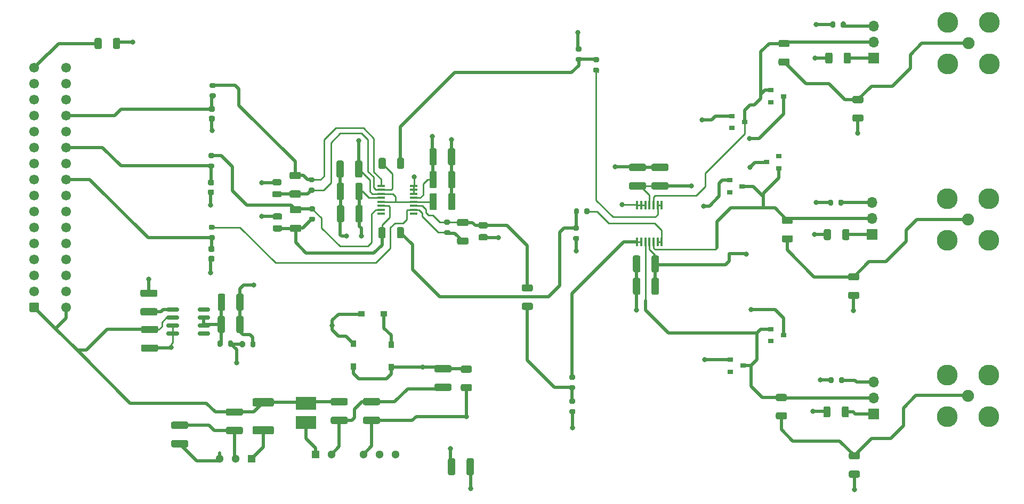
<source format=gtl>
G04 #@! TF.GenerationSoftware,KiCad,Pcbnew,(5.1.10)-1*
G04 #@! TF.CreationDate,2022-03-21T21:51:29-04:00*
G04 #@! TF.ProjectId,MC-ADC,4d432d41-4443-42e6-9b69-6361645f7063,rev?*
G04 #@! TF.SameCoordinates,Original*
G04 #@! TF.FileFunction,Copper,L1,Top*
G04 #@! TF.FilePolarity,Positive*
%FSLAX46Y46*%
G04 Gerber Fmt 4.6, Leading zero omitted, Abs format (unit mm)*
G04 Created by KiCad (PCBNEW (5.1.10)-1) date 2022-03-21 21:51:29*
%MOMM*%
%LPD*%
G01*
G04 APERTURE LIST*
G04 #@! TA.AperFunction,SMDPad,CuDef*
%ADD10R,0.850000X1.050000*%
G04 #@! TD*
G04 #@! TA.AperFunction,SMDPad,CuDef*
%ADD11R,1.050000X0.850000*%
G04 #@! TD*
G04 #@! TA.AperFunction,SMDPad,CuDef*
%ADD12R,0.900000X0.800000*%
G04 #@! TD*
G04 #@! TA.AperFunction,ComponentPad*
%ADD13C,3.315000*%
G04 #@! TD*
G04 #@! TA.AperFunction,ComponentPad*
%ADD14C,1.905000*%
G04 #@! TD*
G04 #@! TA.AperFunction,SMDPad,CuDef*
%ADD15R,1.200000X0.400000*%
G04 #@! TD*
G04 #@! TA.AperFunction,SMDPad,CuDef*
%ADD16R,0.450000X1.450000*%
G04 #@! TD*
G04 #@! TA.AperFunction,ComponentPad*
%ADD17C,1.300000*%
G04 #@! TD*
G04 #@! TA.AperFunction,ComponentPad*
%ADD18R,1.300000X1.300000*%
G04 #@! TD*
G04 #@! TA.AperFunction,SMDPad,CuDef*
%ADD19R,3.250000X2.150000*%
G04 #@! TD*
G04 #@! TA.AperFunction,ComponentPad*
%ADD20O,1.700000X1.700000*%
G04 #@! TD*
G04 #@! TA.AperFunction,ComponentPad*
%ADD21R,1.700000X1.700000*%
G04 #@! TD*
G04 #@! TA.AperFunction,ComponentPad*
%ADD22C,1.550000*%
G04 #@! TD*
G04 #@! TA.AperFunction,ViaPad*
%ADD23C,0.800000*%
G04 #@! TD*
G04 #@! TA.AperFunction,Conductor*
%ADD24C,0.508000*%
G04 #@! TD*
G04 #@! TA.AperFunction,Conductor*
%ADD25C,0.250000*%
G04 #@! TD*
G04 APERTURE END LIST*
G04 #@! TA.AperFunction,SMDPad,CuDef*
G36*
G01*
X142542099Y-122439000D02*
X143792101Y-122439000D01*
G75*
G02*
X144042100Y-122688999I0J-249999D01*
G01*
X144042100Y-123314001D01*
G75*
G02*
X143792101Y-123564000I-249999J0D01*
G01*
X142542099Y-123564000D01*
G75*
G02*
X142292100Y-123314001I0J249999D01*
G01*
X142292100Y-122688999D01*
G75*
G02*
X142542099Y-122439000I249999J0D01*
G01*
G37*
G04 #@! TD.AperFunction*
G04 #@! TA.AperFunction,SMDPad,CuDef*
G36*
G01*
X142542099Y-119514000D02*
X143792101Y-119514000D01*
G75*
G02*
X144042100Y-119763999I0J-249999D01*
G01*
X144042100Y-120389001D01*
G75*
G02*
X143792101Y-120639000I-249999J0D01*
G01*
X142542099Y-120639000D01*
G75*
G02*
X142292100Y-120389001I0J249999D01*
G01*
X142292100Y-119763999D01*
G75*
G02*
X142542099Y-119514000I249999J0D01*
G01*
G37*
G04 #@! TD.AperFunction*
D10*
X125275340Y-119650920D03*
X125275340Y-116050920D03*
X131216400Y-116162680D03*
X131216400Y-119762680D03*
D11*
X126503020Y-111267240D03*
X130103020Y-111267240D03*
G04 #@! TA.AperFunction,SMDPad,CuDef*
G36*
G01*
X140556161Y-120572960D02*
X138356159Y-120572960D01*
G75*
G02*
X138106160Y-120322961I0J249999D01*
G01*
X138106160Y-119672959D01*
G75*
G02*
X138356159Y-119422960I249999J0D01*
G01*
X140556161Y-119422960D01*
G75*
G02*
X140806160Y-119672959I0J-249999D01*
G01*
X140806160Y-120322961D01*
G75*
G02*
X140556161Y-120572960I-249999J0D01*
G01*
G37*
G04 #@! TD.AperFunction*
G04 #@! TA.AperFunction,SMDPad,CuDef*
G36*
G01*
X140556161Y-123522960D02*
X138356159Y-123522960D01*
G75*
G02*
X138106160Y-123272961I0J249999D01*
G01*
X138106160Y-122622959D01*
G75*
G02*
X138356159Y-122372960I249999J0D01*
G01*
X140556161Y-122372960D01*
G75*
G02*
X140806160Y-122622959I0J-249999D01*
G01*
X140806160Y-123272961D01*
G75*
G02*
X140556161Y-123522960I-249999J0D01*
G01*
G37*
G04 #@! TD.AperFunction*
D12*
X185136280Y-118562080D03*
X185136280Y-120462080D03*
X187136280Y-119512080D03*
X191524380Y-113733540D03*
X191524380Y-115633540D03*
X193524380Y-114683540D03*
X184991500Y-90050580D03*
X184991500Y-91950580D03*
X186991500Y-91000580D03*
X192843660Y-88135500D03*
X192843660Y-86235500D03*
X190843660Y-87185500D03*
X185375040Y-79857560D03*
X185375040Y-81757560D03*
X187375040Y-80807560D03*
X191570100Y-75740220D03*
X191570100Y-77640220D03*
X193570100Y-76690220D03*
D13*
X226250760Y-64985360D03*
X226250760Y-71585360D03*
X219650760Y-71585360D03*
X219650760Y-64985360D03*
D14*
X222950760Y-68285360D03*
D13*
X226194880Y-120972040D03*
X226194880Y-127572040D03*
X219594880Y-127572040D03*
X219594880Y-120972040D03*
D14*
X222894880Y-124272040D03*
D13*
X226179640Y-92955840D03*
X226179640Y-99555840D03*
X219579640Y-99555840D03*
X219579640Y-92955840D03*
D14*
X222879640Y-96255840D03*
G04 #@! TA.AperFunction,SMDPad,CuDef*
G36*
G01*
X100511740Y-110749220D02*
X100511740Y-110449220D01*
G75*
G02*
X100661740Y-110299220I150000J0D01*
G01*
X102311740Y-110299220D01*
G75*
G02*
X102461740Y-110449220I0J-150000D01*
G01*
X102461740Y-110749220D01*
G75*
G02*
X102311740Y-110899220I-150000J0D01*
G01*
X100661740Y-110899220D01*
G75*
G02*
X100511740Y-110749220I0J150000D01*
G01*
G37*
G04 #@! TD.AperFunction*
G04 #@! TA.AperFunction,SMDPad,CuDef*
G36*
G01*
X100511740Y-112019220D02*
X100511740Y-111719220D01*
G75*
G02*
X100661740Y-111569220I150000J0D01*
G01*
X102311740Y-111569220D01*
G75*
G02*
X102461740Y-111719220I0J-150000D01*
G01*
X102461740Y-112019220D01*
G75*
G02*
X102311740Y-112169220I-150000J0D01*
G01*
X100661740Y-112169220D01*
G75*
G02*
X100511740Y-112019220I0J150000D01*
G01*
G37*
G04 #@! TD.AperFunction*
G04 #@! TA.AperFunction,SMDPad,CuDef*
G36*
G01*
X100511740Y-113289220D02*
X100511740Y-112989220D01*
G75*
G02*
X100661740Y-112839220I150000J0D01*
G01*
X102311740Y-112839220D01*
G75*
G02*
X102461740Y-112989220I0J-150000D01*
G01*
X102461740Y-113289220D01*
G75*
G02*
X102311740Y-113439220I-150000J0D01*
G01*
X100661740Y-113439220D01*
G75*
G02*
X100511740Y-113289220I0J150000D01*
G01*
G37*
G04 #@! TD.AperFunction*
G04 #@! TA.AperFunction,SMDPad,CuDef*
G36*
G01*
X100511740Y-114559220D02*
X100511740Y-114259220D01*
G75*
G02*
X100661740Y-114109220I150000J0D01*
G01*
X102311740Y-114109220D01*
G75*
G02*
X102461740Y-114259220I0J-150000D01*
G01*
X102461740Y-114559220D01*
G75*
G02*
X102311740Y-114709220I-150000J0D01*
G01*
X100661740Y-114709220D01*
G75*
G02*
X100511740Y-114559220I0J150000D01*
G01*
G37*
G04 #@! TD.AperFunction*
G04 #@! TA.AperFunction,SMDPad,CuDef*
G36*
G01*
X95561740Y-114559220D02*
X95561740Y-114259220D01*
G75*
G02*
X95711740Y-114109220I150000J0D01*
G01*
X97361740Y-114109220D01*
G75*
G02*
X97511740Y-114259220I0J-150000D01*
G01*
X97511740Y-114559220D01*
G75*
G02*
X97361740Y-114709220I-150000J0D01*
G01*
X95711740Y-114709220D01*
G75*
G02*
X95561740Y-114559220I0J150000D01*
G01*
G37*
G04 #@! TD.AperFunction*
G04 #@! TA.AperFunction,SMDPad,CuDef*
G36*
G01*
X95561740Y-113289220D02*
X95561740Y-112989220D01*
G75*
G02*
X95711740Y-112839220I150000J0D01*
G01*
X97361740Y-112839220D01*
G75*
G02*
X97511740Y-112989220I0J-150000D01*
G01*
X97511740Y-113289220D01*
G75*
G02*
X97361740Y-113439220I-150000J0D01*
G01*
X95711740Y-113439220D01*
G75*
G02*
X95561740Y-113289220I0J150000D01*
G01*
G37*
G04 #@! TD.AperFunction*
G04 #@! TA.AperFunction,SMDPad,CuDef*
G36*
G01*
X95561740Y-112019220D02*
X95561740Y-111719220D01*
G75*
G02*
X95711740Y-111569220I150000J0D01*
G01*
X97361740Y-111569220D01*
G75*
G02*
X97511740Y-111719220I0J-150000D01*
G01*
X97511740Y-112019220D01*
G75*
G02*
X97361740Y-112169220I-150000J0D01*
G01*
X95711740Y-112169220D01*
G75*
G02*
X95561740Y-112019220I0J150000D01*
G01*
G37*
G04 #@! TD.AperFunction*
G04 #@! TA.AperFunction,SMDPad,CuDef*
G36*
G01*
X95561740Y-110749220D02*
X95561740Y-110449220D01*
G75*
G02*
X95711740Y-110299220I150000J0D01*
G01*
X97361740Y-110299220D01*
G75*
G02*
X97511740Y-110449220I0J-150000D01*
G01*
X97511740Y-110749220D01*
G75*
G02*
X97361740Y-110899220I-150000J0D01*
G01*
X95711740Y-110899220D01*
G75*
G02*
X95561740Y-110749220I0J150000D01*
G01*
G37*
G04 #@! TD.AperFunction*
G04 #@! TA.AperFunction,SMDPad,CuDef*
G36*
G01*
X140274880Y-91061721D02*
X140274880Y-88861719D01*
G75*
G02*
X140524879Y-88611720I249999J0D01*
G01*
X141174881Y-88611720D01*
G75*
G02*
X141424880Y-88861719I0J-249999D01*
G01*
X141424880Y-91061721D01*
G75*
G02*
X141174881Y-91311720I-249999J0D01*
G01*
X140524879Y-91311720D01*
G75*
G02*
X140274880Y-91061721I0J249999D01*
G01*
G37*
G04 #@! TD.AperFunction*
G04 #@! TA.AperFunction,SMDPad,CuDef*
G36*
G01*
X137324880Y-91061721D02*
X137324880Y-88861719D01*
G75*
G02*
X137574879Y-88611720I249999J0D01*
G01*
X138224881Y-88611720D01*
G75*
G02*
X138474880Y-88861719I0J-249999D01*
G01*
X138474880Y-91061721D01*
G75*
G02*
X138224881Y-91311720I-249999J0D01*
G01*
X137574879Y-91311720D01*
G75*
G02*
X137324880Y-91061721I0J249999D01*
G01*
G37*
G04 #@! TD.AperFunction*
G04 #@! TA.AperFunction,SMDPad,CuDef*
G36*
G01*
X140264720Y-87414281D02*
X140264720Y-85214279D01*
G75*
G02*
X140514719Y-84964280I249999J0D01*
G01*
X141164721Y-84964280D01*
G75*
G02*
X141414720Y-85214279I0J-249999D01*
G01*
X141414720Y-87414281D01*
G75*
G02*
X141164721Y-87664280I-249999J0D01*
G01*
X140514719Y-87664280D01*
G75*
G02*
X140264720Y-87414281I0J249999D01*
G01*
G37*
G04 #@! TD.AperFunction*
G04 #@! TA.AperFunction,SMDPad,CuDef*
G36*
G01*
X137314720Y-87414281D02*
X137314720Y-85214279D01*
G75*
G02*
X137564719Y-84964280I249999J0D01*
G01*
X138214721Y-84964280D01*
G75*
G02*
X138464720Y-85214279I0J-249999D01*
G01*
X138464720Y-87414281D01*
G75*
G02*
X138214721Y-87664280I-249999J0D01*
G01*
X137564719Y-87664280D01*
G75*
G02*
X137314720Y-87414281I0J249999D01*
G01*
G37*
G04 #@! TD.AperFunction*
G04 #@! TA.AperFunction,SMDPad,CuDef*
G36*
G01*
X140287580Y-94546601D02*
X140287580Y-92346599D01*
G75*
G02*
X140537579Y-92096600I249999J0D01*
G01*
X141187581Y-92096600D01*
G75*
G02*
X141437580Y-92346599I0J-249999D01*
G01*
X141437580Y-94546601D01*
G75*
G02*
X141187581Y-94796600I-249999J0D01*
G01*
X140537579Y-94796600D01*
G75*
G02*
X140287580Y-94546601I0J249999D01*
G01*
G37*
G04 #@! TD.AperFunction*
G04 #@! TA.AperFunction,SMDPad,CuDef*
G36*
G01*
X137337580Y-94546601D02*
X137337580Y-92346599D01*
G75*
G02*
X137587579Y-92096600I249999J0D01*
G01*
X138237581Y-92096600D01*
G75*
G02*
X138487580Y-92346599I0J-249999D01*
G01*
X138487580Y-94546601D01*
G75*
G02*
X138237581Y-94796600I-249999J0D01*
G01*
X137587579Y-94796600D01*
G75*
G02*
X137337580Y-94546601I0J249999D01*
G01*
G37*
G04 #@! TD.AperFunction*
G04 #@! TA.AperFunction,SMDPad,CuDef*
G36*
G01*
X123701500Y-87170079D02*
X123701500Y-89370081D01*
G75*
G02*
X123451501Y-89620080I-249999J0D01*
G01*
X122801499Y-89620080D01*
G75*
G02*
X122551500Y-89370081I0J249999D01*
G01*
X122551500Y-87170079D01*
G75*
G02*
X122801499Y-86920080I249999J0D01*
G01*
X123451501Y-86920080D01*
G75*
G02*
X123701500Y-87170079I0J-249999D01*
G01*
G37*
G04 #@! TD.AperFunction*
G04 #@! TA.AperFunction,SMDPad,CuDef*
G36*
G01*
X126651500Y-87170079D02*
X126651500Y-89370081D01*
G75*
G02*
X126401501Y-89620080I-249999J0D01*
G01*
X125751499Y-89620080D01*
G75*
G02*
X125501500Y-89370081I0J249999D01*
G01*
X125501500Y-87170079D01*
G75*
G02*
X125751499Y-86920080I249999J0D01*
G01*
X126401501Y-86920080D01*
G75*
G02*
X126651500Y-87170079I0J-249999D01*
G01*
G37*
G04 #@! TD.AperFunction*
G04 #@! TA.AperFunction,SMDPad,CuDef*
G36*
G01*
X123768280Y-94274459D02*
X123768280Y-96474461D01*
G75*
G02*
X123518281Y-96724460I-249999J0D01*
G01*
X122868279Y-96724460D01*
G75*
G02*
X122618280Y-96474461I0J249999D01*
G01*
X122618280Y-94274459D01*
G75*
G02*
X122868279Y-94024460I249999J0D01*
G01*
X123518281Y-94024460D01*
G75*
G02*
X123768280Y-94274459I0J-249999D01*
G01*
G37*
G04 #@! TD.AperFunction*
G04 #@! TA.AperFunction,SMDPad,CuDef*
G36*
G01*
X126718280Y-94274459D02*
X126718280Y-96474461D01*
G75*
G02*
X126468281Y-96724460I-249999J0D01*
G01*
X125818279Y-96724460D01*
G75*
G02*
X125568280Y-96474461I0J249999D01*
G01*
X125568280Y-94274459D01*
G75*
G02*
X125818279Y-94024460I249999J0D01*
G01*
X126468281Y-94024460D01*
G75*
G02*
X126718280Y-94274459I0J-249999D01*
G01*
G37*
G04 #@! TD.AperFunction*
G04 #@! TA.AperFunction,SMDPad,CuDef*
G36*
G01*
X123745420Y-90726079D02*
X123745420Y-92926081D01*
G75*
G02*
X123495421Y-93176080I-249999J0D01*
G01*
X122845419Y-93176080D01*
G75*
G02*
X122595420Y-92926081I0J249999D01*
G01*
X122595420Y-90726079D01*
G75*
G02*
X122845419Y-90476080I249999J0D01*
G01*
X123495421Y-90476080D01*
G75*
G02*
X123745420Y-90726079I0J-249999D01*
G01*
G37*
G04 #@! TD.AperFunction*
G04 #@! TA.AperFunction,SMDPad,CuDef*
G36*
G01*
X126695420Y-90726079D02*
X126695420Y-92926081D01*
G75*
G02*
X126445421Y-93176080I-249999J0D01*
G01*
X125795419Y-93176080D01*
G75*
G02*
X125545420Y-92926081I0J249999D01*
G01*
X125545420Y-90726079D01*
G75*
G02*
X125795419Y-90476080I249999J0D01*
G01*
X126445421Y-90476080D01*
G75*
G02*
X126695420Y-90726079I0J-249999D01*
G01*
G37*
G04 #@! TD.AperFunction*
G04 #@! TA.AperFunction,SMDPad,CuDef*
G36*
G01*
X170791300Y-102242439D02*
X170791300Y-104442441D01*
G75*
G02*
X170541301Y-104692440I-249999J0D01*
G01*
X169891299Y-104692440D01*
G75*
G02*
X169641300Y-104442441I0J249999D01*
G01*
X169641300Y-102242439D01*
G75*
G02*
X169891299Y-101992440I249999J0D01*
G01*
X170541301Y-101992440D01*
G75*
G02*
X170791300Y-102242439I0J-249999D01*
G01*
G37*
G04 #@! TD.AperFunction*
G04 #@! TA.AperFunction,SMDPad,CuDef*
G36*
G01*
X173741300Y-102242439D02*
X173741300Y-104442441D01*
G75*
G02*
X173491301Y-104692440I-249999J0D01*
G01*
X172841299Y-104692440D01*
G75*
G02*
X172591300Y-104442441I0J249999D01*
G01*
X172591300Y-102242439D01*
G75*
G02*
X172841299Y-101992440I249999J0D01*
G01*
X173491301Y-101992440D01*
G75*
G02*
X173741300Y-102242439I0J-249999D01*
G01*
G37*
G04 #@! TD.AperFunction*
G04 #@! TA.AperFunction,SMDPad,CuDef*
G36*
G01*
X170791300Y-105793359D02*
X170791300Y-107993361D01*
G75*
G02*
X170541301Y-108243360I-249999J0D01*
G01*
X169891299Y-108243360D01*
G75*
G02*
X169641300Y-107993361I0J249999D01*
G01*
X169641300Y-105793359D01*
G75*
G02*
X169891299Y-105543360I249999J0D01*
G01*
X170541301Y-105543360D01*
G75*
G02*
X170791300Y-105793359I0J-249999D01*
G01*
G37*
G04 #@! TD.AperFunction*
G04 #@! TA.AperFunction,SMDPad,CuDef*
G36*
G01*
X173741300Y-105793359D02*
X173741300Y-107993361D01*
G75*
G02*
X173491301Y-108243360I-249999J0D01*
G01*
X172841299Y-108243360D01*
G75*
G02*
X172591300Y-107993361I0J249999D01*
G01*
X172591300Y-105793359D01*
G75*
G02*
X172841299Y-105543360I249999J0D01*
G01*
X173491301Y-105543360D01*
G75*
G02*
X173741300Y-105793359I0J-249999D01*
G01*
G37*
G04 #@! TD.AperFunction*
G04 #@! TA.AperFunction,SMDPad,CuDef*
G36*
G01*
X175029041Y-88568960D02*
X172829039Y-88568960D01*
G75*
G02*
X172579040Y-88318961I0J249999D01*
G01*
X172579040Y-87668959D01*
G75*
G02*
X172829039Y-87418960I249999J0D01*
G01*
X175029041Y-87418960D01*
G75*
G02*
X175279040Y-87668959I0J-249999D01*
G01*
X175279040Y-88318961D01*
G75*
G02*
X175029041Y-88568960I-249999J0D01*
G01*
G37*
G04 #@! TD.AperFunction*
G04 #@! TA.AperFunction,SMDPad,CuDef*
G36*
G01*
X175029041Y-91518960D02*
X172829039Y-91518960D01*
G75*
G02*
X172579040Y-91268961I0J249999D01*
G01*
X172579040Y-90618959D01*
G75*
G02*
X172829039Y-90368960I249999J0D01*
G01*
X175029041Y-90368960D01*
G75*
G02*
X175279040Y-90618959I0J-249999D01*
G01*
X175279040Y-91268961D01*
G75*
G02*
X175029041Y-91518960I-249999J0D01*
G01*
G37*
G04 #@! TD.AperFunction*
G04 #@! TA.AperFunction,SMDPad,CuDef*
G36*
G01*
X171457801Y-88579120D02*
X169257799Y-88579120D01*
G75*
G02*
X169007800Y-88329121I0J249999D01*
G01*
X169007800Y-87679119D01*
G75*
G02*
X169257799Y-87429120I249999J0D01*
G01*
X171457801Y-87429120D01*
G75*
G02*
X171707800Y-87679119I0J-249999D01*
G01*
X171707800Y-88329121D01*
G75*
G02*
X171457801Y-88579120I-249999J0D01*
G01*
G37*
G04 #@! TD.AperFunction*
G04 #@! TA.AperFunction,SMDPad,CuDef*
G36*
G01*
X171457801Y-91529120D02*
X169257799Y-91529120D01*
G75*
G02*
X169007800Y-91279121I0J249999D01*
G01*
X169007800Y-90629119D01*
G75*
G02*
X169257799Y-90379120I249999J0D01*
G01*
X171457801Y-90379120D01*
G75*
G02*
X171707800Y-90629119I0J-249999D01*
G01*
X171707800Y-91279121D01*
G75*
G02*
X171457801Y-91529120I-249999J0D01*
G01*
G37*
G04 #@! TD.AperFunction*
G04 #@! TA.AperFunction,SMDPad,CuDef*
G36*
G01*
X87051720Y-68943381D02*
X87051720Y-67693379D01*
G75*
G02*
X87301719Y-67443380I249999J0D01*
G01*
X87926721Y-67443380D01*
G75*
G02*
X88176720Y-67693379I0J-249999D01*
G01*
X88176720Y-68943381D01*
G75*
G02*
X87926721Y-69193380I-249999J0D01*
G01*
X87301719Y-69193380D01*
G75*
G02*
X87051720Y-68943381I0J249999D01*
G01*
G37*
G04 #@! TD.AperFunction*
G04 #@! TA.AperFunction,SMDPad,CuDef*
G36*
G01*
X84126720Y-68943381D02*
X84126720Y-67693379D01*
G75*
G02*
X84376719Y-67443380I249999J0D01*
G01*
X85001721Y-67443380D01*
G75*
G02*
X85251720Y-67693379I0J-249999D01*
G01*
X85251720Y-68943381D01*
G75*
G02*
X85001721Y-69193380I-249999J0D01*
G01*
X84376719Y-69193380D01*
G75*
G02*
X84126720Y-68943381I0J249999D01*
G01*
G37*
G04 #@! TD.AperFunction*
D15*
X134804460Y-90947240D03*
X134804460Y-91582240D03*
X134804460Y-92217240D03*
X134804460Y-92852240D03*
X134804460Y-93487240D03*
X134804460Y-94122240D03*
X134804460Y-94757240D03*
X134804460Y-95392240D03*
X129604460Y-95392240D03*
X129604460Y-94757240D03*
X129604460Y-94122240D03*
X129604460Y-93487240D03*
X129604460Y-92852240D03*
X129604460Y-92217240D03*
X129604460Y-91582240D03*
X129604460Y-90947240D03*
D16*
X170312800Y-94003940D03*
X170962800Y-94003940D03*
X171612800Y-94003940D03*
X172262800Y-94003940D03*
X172912800Y-94003940D03*
X173562800Y-94003940D03*
X174212800Y-94003940D03*
X174212800Y-99853940D03*
X173562800Y-99853940D03*
X172912800Y-99853940D03*
X172262800Y-99853940D03*
X171612800Y-99853940D03*
X170962800Y-99853940D03*
X170312800Y-99853940D03*
D17*
X131909820Y-133586220D03*
X129369820Y-133586220D03*
X126829820Y-133586220D03*
X121749820Y-133586220D03*
D18*
X119209820Y-133586220D03*
D17*
X106491420Y-134344680D03*
D18*
X109031420Y-134344680D03*
D17*
X103951420Y-134344680D03*
G04 #@! TA.AperFunction,SMDPad,CuDef*
G36*
G01*
X153479661Y-107715480D02*
X152229659Y-107715480D01*
G75*
G02*
X151979660Y-107465481I0J249999D01*
G01*
X151979660Y-106840479D01*
G75*
G02*
X152229659Y-106590480I249999J0D01*
G01*
X153479661Y-106590480D01*
G75*
G02*
X153729660Y-106840479I0J-249999D01*
G01*
X153729660Y-107465481D01*
G75*
G02*
X153479661Y-107715480I-249999J0D01*
G01*
G37*
G04 #@! TD.AperFunction*
G04 #@! TA.AperFunction,SMDPad,CuDef*
G36*
G01*
X153479661Y-110640480D02*
X152229659Y-110640480D01*
G75*
G02*
X151979660Y-110390481I0J249999D01*
G01*
X151979660Y-109765479D01*
G75*
G02*
X152229659Y-109515480I249999J0D01*
G01*
X153479661Y-109515480D01*
G75*
G02*
X153729660Y-109765479I0J-249999D01*
G01*
X153729660Y-110390481D01*
G75*
G02*
X153479661Y-110640480I-249999J0D01*
G01*
G37*
G04 #@! TD.AperFunction*
G04 #@! TA.AperFunction,SMDPad,CuDef*
G36*
G01*
X130339260Y-97761899D02*
X130339260Y-99011901D01*
G75*
G02*
X130089261Y-99261900I-249999J0D01*
G01*
X129464259Y-99261900D01*
G75*
G02*
X129214260Y-99011901I0J249999D01*
G01*
X129214260Y-97761899D01*
G75*
G02*
X129464259Y-97511900I249999J0D01*
G01*
X130089261Y-97511900D01*
G75*
G02*
X130339260Y-97761899I0J-249999D01*
G01*
G37*
G04 #@! TD.AperFunction*
G04 #@! TA.AperFunction,SMDPad,CuDef*
G36*
G01*
X133264260Y-97761899D02*
X133264260Y-99011901D01*
G75*
G02*
X133014261Y-99261900I-249999J0D01*
G01*
X132389259Y-99261900D01*
G75*
G02*
X132139260Y-99011901I0J249999D01*
G01*
X132139260Y-97761899D01*
G75*
G02*
X132389259Y-97511900I249999J0D01*
G01*
X133014261Y-97511900D01*
G75*
G02*
X133264260Y-97761899I0J-249999D01*
G01*
G37*
G04 #@! TD.AperFunction*
G04 #@! TA.AperFunction,SMDPad,CuDef*
G36*
G01*
X118398880Y-95832480D02*
X118948880Y-95832480D01*
G75*
G02*
X119148880Y-96032480I0J-200000D01*
G01*
X119148880Y-96432480D01*
G75*
G02*
X118948880Y-96632480I-200000J0D01*
G01*
X118398880Y-96632480D01*
G75*
G02*
X118198880Y-96432480I0J200000D01*
G01*
X118198880Y-96032480D01*
G75*
G02*
X118398880Y-95832480I200000J0D01*
G01*
G37*
G04 #@! TD.AperFunction*
G04 #@! TA.AperFunction,SMDPad,CuDef*
G36*
G01*
X118398880Y-94182480D02*
X118948880Y-94182480D01*
G75*
G02*
X119148880Y-94382480I0J-200000D01*
G01*
X119148880Y-94782480D01*
G75*
G02*
X118948880Y-94982480I-200000J0D01*
G01*
X118398880Y-94982480D01*
G75*
G02*
X118198880Y-94782480I0J200000D01*
G01*
X118198880Y-94382480D01*
G75*
G02*
X118398880Y-94182480I200000J0D01*
G01*
G37*
G04 #@! TD.AperFunction*
G04 #@! TA.AperFunction,SMDPad,CuDef*
G36*
G01*
X139856800Y-97961000D02*
X140406800Y-97961000D01*
G75*
G02*
X140606800Y-98161000I0J-200000D01*
G01*
X140606800Y-98561000D01*
G75*
G02*
X140406800Y-98761000I-200000J0D01*
G01*
X139856800Y-98761000D01*
G75*
G02*
X139656800Y-98561000I0J200000D01*
G01*
X139656800Y-98161000D01*
G75*
G02*
X139856800Y-97961000I200000J0D01*
G01*
G37*
G04 #@! TD.AperFunction*
G04 #@! TA.AperFunction,SMDPad,CuDef*
G36*
G01*
X139856800Y-96311000D02*
X140406800Y-96311000D01*
G75*
G02*
X140606800Y-96511000I0J-200000D01*
G01*
X140606800Y-96911000D01*
G75*
G02*
X140406800Y-97111000I-200000J0D01*
G01*
X139856800Y-97111000D01*
G75*
G02*
X139656800Y-96911000I0J200000D01*
G01*
X139656800Y-96511000D01*
G75*
G02*
X139856800Y-96311000I200000J0D01*
G01*
G37*
G04 #@! TD.AperFunction*
G04 #@! TA.AperFunction,SMDPad,CuDef*
G36*
G01*
X118859980Y-90369340D02*
X118309980Y-90369340D01*
G75*
G02*
X118109980Y-90169340I0J200000D01*
G01*
X118109980Y-89769340D01*
G75*
G02*
X118309980Y-89569340I200000J0D01*
G01*
X118859980Y-89569340D01*
G75*
G02*
X119059980Y-89769340I0J-200000D01*
G01*
X119059980Y-90169340D01*
G75*
G02*
X118859980Y-90369340I-200000J0D01*
G01*
G37*
G04 #@! TD.AperFunction*
G04 #@! TA.AperFunction,SMDPad,CuDef*
G36*
G01*
X118859980Y-92019340D02*
X118309980Y-92019340D01*
G75*
G02*
X118109980Y-91819340I0J200000D01*
G01*
X118109980Y-91419340D01*
G75*
G02*
X118309980Y-91219340I200000J0D01*
G01*
X118859980Y-91219340D01*
G75*
G02*
X119059980Y-91419340I0J-200000D01*
G01*
X119059980Y-91819340D01*
G75*
G02*
X118859980Y-92019340I-200000J0D01*
G01*
G37*
G04 #@! TD.AperFunction*
G04 #@! TA.AperFunction,SMDPad,CuDef*
G36*
G01*
X130364660Y-86738299D02*
X130364660Y-87988301D01*
G75*
G02*
X130114661Y-88238300I-249999J0D01*
G01*
X129489659Y-88238300D01*
G75*
G02*
X129239660Y-87988301I0J249999D01*
G01*
X129239660Y-86738299D01*
G75*
G02*
X129489659Y-86488300I249999J0D01*
G01*
X130114661Y-86488300D01*
G75*
G02*
X130364660Y-86738299I0J-249999D01*
G01*
G37*
G04 #@! TD.AperFunction*
G04 #@! TA.AperFunction,SMDPad,CuDef*
G36*
G01*
X133289660Y-86738299D02*
X133289660Y-87988301D01*
G75*
G02*
X133039661Y-88238300I-249999J0D01*
G01*
X132414659Y-88238300D01*
G75*
G02*
X132164660Y-87988301I0J249999D01*
G01*
X132164660Y-86738299D01*
G75*
G02*
X132414659Y-86488300I249999J0D01*
G01*
X133039661Y-86488300D01*
G75*
G02*
X133289660Y-86738299I0J-249999D01*
G01*
G37*
G04 #@! TD.AperFunction*
G04 #@! TA.AperFunction,SMDPad,CuDef*
G36*
G01*
X204180279Y-136190560D02*
X205430281Y-136190560D01*
G75*
G02*
X205680280Y-136440559I0J-249999D01*
G01*
X205680280Y-137065561D01*
G75*
G02*
X205430281Y-137315560I-249999J0D01*
G01*
X204180279Y-137315560D01*
G75*
G02*
X203930280Y-137065561I0J249999D01*
G01*
X203930280Y-136440559D01*
G75*
G02*
X204180279Y-136190560I249999J0D01*
G01*
G37*
G04 #@! TD.AperFunction*
G04 #@! TA.AperFunction,SMDPad,CuDef*
G36*
G01*
X204180279Y-133265560D02*
X205430281Y-133265560D01*
G75*
G02*
X205680280Y-133515559I0J-249999D01*
G01*
X205680280Y-134140561D01*
G75*
G02*
X205430281Y-134390560I-249999J0D01*
G01*
X204180279Y-134390560D01*
G75*
G02*
X203930280Y-134140561I0J249999D01*
G01*
X203930280Y-133515559D01*
G75*
G02*
X204180279Y-133265560I249999J0D01*
G01*
G37*
G04 #@! TD.AperFunction*
G04 #@! TA.AperFunction,SMDPad,CuDef*
G36*
G01*
X193832641Y-125129720D02*
X192582639Y-125129720D01*
G75*
G02*
X192332640Y-124879721I0J249999D01*
G01*
X192332640Y-124254719D01*
G75*
G02*
X192582639Y-124004720I249999J0D01*
G01*
X193832641Y-124004720D01*
G75*
G02*
X194082640Y-124254719I0J-249999D01*
G01*
X194082640Y-124879721D01*
G75*
G02*
X193832641Y-125129720I-249999J0D01*
G01*
G37*
G04 #@! TD.AperFunction*
G04 #@! TA.AperFunction,SMDPad,CuDef*
G36*
G01*
X193832641Y-128054720D02*
X192582639Y-128054720D01*
G75*
G02*
X192332640Y-127804721I0J249999D01*
G01*
X192332640Y-127179719D01*
G75*
G02*
X192582639Y-126929720I249999J0D01*
G01*
X193832641Y-126929720D01*
G75*
G02*
X194082640Y-127179719I0J-249999D01*
G01*
X194082640Y-127804721D01*
G75*
G02*
X193832641Y-128054720I-249999J0D01*
G01*
G37*
G04 #@! TD.AperFunction*
G04 #@! TA.AperFunction,SMDPad,CuDef*
G36*
G01*
X201517700Y-121548480D02*
X201517700Y-122098480D01*
G75*
G02*
X201317700Y-122298480I-200000J0D01*
G01*
X200917700Y-122298480D01*
G75*
G02*
X200717700Y-122098480I0J200000D01*
G01*
X200717700Y-121548480D01*
G75*
G02*
X200917700Y-121348480I200000J0D01*
G01*
X201317700Y-121348480D01*
G75*
G02*
X201517700Y-121548480I0J-200000D01*
G01*
G37*
G04 #@! TD.AperFunction*
G04 #@! TA.AperFunction,SMDPad,CuDef*
G36*
G01*
X203167700Y-121548480D02*
X203167700Y-122098480D01*
G75*
G02*
X202967700Y-122298480I-200000J0D01*
G01*
X202567700Y-122298480D01*
G75*
G02*
X202367700Y-122098480I0J200000D01*
G01*
X202367700Y-121548480D01*
G75*
G02*
X202567700Y-121348480I200000J0D01*
G01*
X202967700Y-121348480D01*
G75*
G02*
X203167700Y-121548480I0J-200000D01*
G01*
G37*
G04 #@! TD.AperFunction*
G04 #@! TA.AperFunction,SMDPad,CuDef*
G36*
G01*
X201009680Y-126232759D02*
X201009680Y-127482761D01*
G75*
G02*
X200759681Y-127732760I-249999J0D01*
G01*
X200134679Y-127732760D01*
G75*
G02*
X199884680Y-127482761I0J249999D01*
G01*
X199884680Y-126232759D01*
G75*
G02*
X200134679Y-125982760I249999J0D01*
G01*
X200759681Y-125982760D01*
G75*
G02*
X201009680Y-126232759I0J-249999D01*
G01*
G37*
G04 #@! TD.AperFunction*
G04 #@! TA.AperFunction,SMDPad,CuDef*
G36*
G01*
X203934680Y-126232759D02*
X203934680Y-127482761D01*
G75*
G02*
X203684681Y-127732760I-249999J0D01*
G01*
X203059679Y-127732760D01*
G75*
G02*
X202809680Y-127482761I0J249999D01*
G01*
X202809680Y-126232759D01*
G75*
G02*
X203059679Y-125982760I249999J0D01*
G01*
X203684681Y-125982760D01*
G75*
G02*
X203934680Y-126232759I0J-249999D01*
G01*
G37*
G04 #@! TD.AperFunction*
G04 #@! TA.AperFunction,SMDPad,CuDef*
G36*
G01*
X159699280Y-122581220D02*
X160249280Y-122581220D01*
G75*
G02*
X160449280Y-122781220I0J-200000D01*
G01*
X160449280Y-123181220D01*
G75*
G02*
X160249280Y-123381220I-200000J0D01*
G01*
X159699280Y-123381220D01*
G75*
G02*
X159499280Y-123181220I0J200000D01*
G01*
X159499280Y-122781220D01*
G75*
G02*
X159699280Y-122581220I200000J0D01*
G01*
G37*
G04 #@! TD.AperFunction*
G04 #@! TA.AperFunction,SMDPad,CuDef*
G36*
G01*
X159699280Y-120931220D02*
X160249280Y-120931220D01*
G75*
G02*
X160449280Y-121131220I0J-200000D01*
G01*
X160449280Y-121531220D01*
G75*
G02*
X160249280Y-121731220I-200000J0D01*
G01*
X159699280Y-121731220D01*
G75*
G02*
X159499280Y-121531220I0J200000D01*
G01*
X159499280Y-121131220D01*
G75*
G02*
X159699280Y-120931220I200000J0D01*
G01*
G37*
G04 #@! TD.AperFunction*
G04 #@! TA.AperFunction,SMDPad,CuDef*
G36*
G01*
X159734840Y-126406460D02*
X160284840Y-126406460D01*
G75*
G02*
X160484840Y-126606460I0J-200000D01*
G01*
X160484840Y-127006460D01*
G75*
G02*
X160284840Y-127206460I-200000J0D01*
G01*
X159734840Y-127206460D01*
G75*
G02*
X159534840Y-127006460I0J200000D01*
G01*
X159534840Y-126606460D01*
G75*
G02*
X159734840Y-126406460I200000J0D01*
G01*
G37*
G04 #@! TD.AperFunction*
G04 #@! TA.AperFunction,SMDPad,CuDef*
G36*
G01*
X159734840Y-124756460D02*
X160284840Y-124756460D01*
G75*
G02*
X160484840Y-124956460I0J-200000D01*
G01*
X160484840Y-125356460D01*
G75*
G02*
X160284840Y-125556460I-200000J0D01*
G01*
X159734840Y-125556460D01*
G75*
G02*
X159534840Y-125356460I0J200000D01*
G01*
X159534840Y-124956460D01*
G75*
G02*
X159734840Y-124756460I200000J0D01*
G01*
G37*
G04 #@! TD.AperFunction*
G04 #@! TA.AperFunction,SMDPad,CuDef*
G36*
G01*
X103002760Y-97918720D02*
X102452760Y-97918720D01*
G75*
G02*
X102252760Y-97718720I0J200000D01*
G01*
X102252760Y-97318720D01*
G75*
G02*
X102452760Y-97118720I200000J0D01*
G01*
X103002760Y-97118720D01*
G75*
G02*
X103202760Y-97318720I0J-200000D01*
G01*
X103202760Y-97718720D01*
G75*
G02*
X103002760Y-97918720I-200000J0D01*
G01*
G37*
G04 #@! TD.AperFunction*
G04 #@! TA.AperFunction,SMDPad,CuDef*
G36*
G01*
X103002760Y-99568720D02*
X102452760Y-99568720D01*
G75*
G02*
X102252760Y-99368720I0J200000D01*
G01*
X102252760Y-98968720D01*
G75*
G02*
X102452760Y-98768720I200000J0D01*
G01*
X103002760Y-98768720D01*
G75*
G02*
X103202760Y-98968720I0J-200000D01*
G01*
X103202760Y-99368720D01*
G75*
G02*
X103002760Y-99568720I-200000J0D01*
G01*
G37*
G04 #@! TD.AperFunction*
G04 #@! TA.AperFunction,SMDPad,CuDef*
G36*
G01*
X204078679Y-107762880D02*
X205328681Y-107762880D01*
G75*
G02*
X205578680Y-108012879I0J-249999D01*
G01*
X205578680Y-108637881D01*
G75*
G02*
X205328681Y-108887880I-249999J0D01*
G01*
X204078679Y-108887880D01*
G75*
G02*
X203828680Y-108637881I0J249999D01*
G01*
X203828680Y-108012879D01*
G75*
G02*
X204078679Y-107762880I249999J0D01*
G01*
G37*
G04 #@! TD.AperFunction*
G04 #@! TA.AperFunction,SMDPad,CuDef*
G36*
G01*
X204078679Y-104837880D02*
X205328681Y-104837880D01*
G75*
G02*
X205578680Y-105087879I0J-249999D01*
G01*
X205578680Y-105712881D01*
G75*
G02*
X205328681Y-105962880I-249999J0D01*
G01*
X204078679Y-105962880D01*
G75*
G02*
X203828680Y-105712881I0J249999D01*
G01*
X203828680Y-105087879D01*
G75*
G02*
X204078679Y-104837880I249999J0D01*
G01*
G37*
G04 #@! TD.AperFunction*
G04 #@! TA.AperFunction,SMDPad,CuDef*
G36*
G01*
X194787681Y-96986520D02*
X193537679Y-96986520D01*
G75*
G02*
X193287680Y-96736521I0J249999D01*
G01*
X193287680Y-96111519D01*
G75*
G02*
X193537679Y-95861520I249999J0D01*
G01*
X194787681Y-95861520D01*
G75*
G02*
X195037680Y-96111519I0J-249999D01*
G01*
X195037680Y-96736521D01*
G75*
G02*
X194787681Y-96986520I-249999J0D01*
G01*
G37*
G04 #@! TD.AperFunction*
G04 #@! TA.AperFunction,SMDPad,CuDef*
G36*
G01*
X194787681Y-99911520D02*
X193537679Y-99911520D01*
G75*
G02*
X193287680Y-99661521I0J249999D01*
G01*
X193287680Y-99036519D01*
G75*
G02*
X193537679Y-98786520I249999J0D01*
G01*
X194787681Y-98786520D01*
G75*
G02*
X195037680Y-99036519I0J-249999D01*
G01*
X195037680Y-99661521D01*
G75*
G02*
X194787681Y-99911520I-249999J0D01*
G01*
G37*
G04 #@! TD.AperFunction*
G04 #@! TA.AperFunction,SMDPad,CuDef*
G36*
G01*
X201433880Y-93318920D02*
X201433880Y-93868920D01*
G75*
G02*
X201233880Y-94068920I-200000J0D01*
G01*
X200833880Y-94068920D01*
G75*
G02*
X200633880Y-93868920I0J200000D01*
G01*
X200633880Y-93318920D01*
G75*
G02*
X200833880Y-93118920I200000J0D01*
G01*
X201233880Y-93118920D01*
G75*
G02*
X201433880Y-93318920I0J-200000D01*
G01*
G37*
G04 #@! TD.AperFunction*
G04 #@! TA.AperFunction,SMDPad,CuDef*
G36*
G01*
X203083880Y-93318920D02*
X203083880Y-93868920D01*
G75*
G02*
X202883880Y-94068920I-200000J0D01*
G01*
X202483880Y-94068920D01*
G75*
G02*
X202283880Y-93868920I0J200000D01*
G01*
X202283880Y-93318920D01*
G75*
G02*
X202483880Y-93118920I200000J0D01*
G01*
X202883880Y-93118920D01*
G75*
G02*
X203083880Y-93318920I0J-200000D01*
G01*
G37*
G04 #@! TD.AperFunction*
G04 #@! TA.AperFunction,SMDPad,CuDef*
G36*
G01*
X201080800Y-98059079D02*
X201080800Y-99309081D01*
G75*
G02*
X200830801Y-99559080I-249999J0D01*
G01*
X200205799Y-99559080D01*
G75*
G02*
X199955800Y-99309081I0J249999D01*
G01*
X199955800Y-98059079D01*
G75*
G02*
X200205799Y-97809080I249999J0D01*
G01*
X200830801Y-97809080D01*
G75*
G02*
X201080800Y-98059079I0J-249999D01*
G01*
G37*
G04 #@! TD.AperFunction*
G04 #@! TA.AperFunction,SMDPad,CuDef*
G36*
G01*
X204005800Y-98059079D02*
X204005800Y-99309081D01*
G75*
G02*
X203755801Y-99559080I-249999J0D01*
G01*
X203130799Y-99559080D01*
G75*
G02*
X202880800Y-99309081I0J249999D01*
G01*
X202880800Y-98059079D01*
G75*
G02*
X203130799Y-97809080I249999J0D01*
G01*
X203755801Y-97809080D01*
G75*
G02*
X204005800Y-98059079I0J-249999D01*
G01*
G37*
G04 #@! TD.AperFunction*
G04 #@! TA.AperFunction,SMDPad,CuDef*
G36*
G01*
X161063120Y-94710840D02*
X161063120Y-95260840D01*
G75*
G02*
X160863120Y-95460840I-200000J0D01*
G01*
X160463120Y-95460840D01*
G75*
G02*
X160263120Y-95260840I0J200000D01*
G01*
X160263120Y-94710840D01*
G75*
G02*
X160463120Y-94510840I200000J0D01*
G01*
X160863120Y-94510840D01*
G75*
G02*
X161063120Y-94710840I0J-200000D01*
G01*
G37*
G04 #@! TD.AperFunction*
G04 #@! TA.AperFunction,SMDPad,CuDef*
G36*
G01*
X162713120Y-94710840D02*
X162713120Y-95260840D01*
G75*
G02*
X162513120Y-95460840I-200000J0D01*
G01*
X162113120Y-95460840D01*
G75*
G02*
X161913120Y-95260840I0J200000D01*
G01*
X161913120Y-94710840D01*
G75*
G02*
X162113120Y-94510840I200000J0D01*
G01*
X162513120Y-94510840D01*
G75*
G02*
X162713120Y-94710840I0J-200000D01*
G01*
G37*
G04 #@! TD.AperFunction*
G04 #@! TA.AperFunction,SMDPad,CuDef*
G36*
G01*
X160326660Y-98895720D02*
X160876660Y-98895720D01*
G75*
G02*
X161076660Y-99095720I0J-200000D01*
G01*
X161076660Y-99495720D01*
G75*
G02*
X160876660Y-99695720I-200000J0D01*
G01*
X160326660Y-99695720D01*
G75*
G02*
X160126660Y-99495720I0J200000D01*
G01*
X160126660Y-99095720D01*
G75*
G02*
X160326660Y-98895720I200000J0D01*
G01*
G37*
G04 #@! TD.AperFunction*
G04 #@! TA.AperFunction,SMDPad,CuDef*
G36*
G01*
X160326660Y-97245720D02*
X160876660Y-97245720D01*
G75*
G02*
X161076660Y-97445720I0J-200000D01*
G01*
X161076660Y-97845720D01*
G75*
G02*
X160876660Y-98045720I-200000J0D01*
G01*
X160326660Y-98045720D01*
G75*
G02*
X160126660Y-97845720I0J200000D01*
G01*
X160126660Y-97445720D01*
G75*
G02*
X160326660Y-97245720I200000J0D01*
G01*
G37*
G04 #@! TD.AperFunction*
G04 #@! TA.AperFunction,SMDPad,CuDef*
G36*
G01*
X102921480Y-86524280D02*
X102371480Y-86524280D01*
G75*
G02*
X102171480Y-86324280I0J200000D01*
G01*
X102171480Y-85924280D01*
G75*
G02*
X102371480Y-85724280I200000J0D01*
G01*
X102921480Y-85724280D01*
G75*
G02*
X103121480Y-85924280I0J-200000D01*
G01*
X103121480Y-86324280D01*
G75*
G02*
X102921480Y-86524280I-200000J0D01*
G01*
G37*
G04 #@! TD.AperFunction*
G04 #@! TA.AperFunction,SMDPad,CuDef*
G36*
G01*
X102921480Y-88174280D02*
X102371480Y-88174280D01*
G75*
G02*
X102171480Y-87974280I0J200000D01*
G01*
X102171480Y-87574280D01*
G75*
G02*
X102371480Y-87374280I200000J0D01*
G01*
X102921480Y-87374280D01*
G75*
G02*
X103121480Y-87574280I0J-200000D01*
G01*
X103121480Y-87974280D01*
G75*
G02*
X102921480Y-88174280I-200000J0D01*
G01*
G37*
G04 #@! TD.AperFunction*
G04 #@! TA.AperFunction,SMDPad,CuDef*
G36*
G01*
X204739079Y-79594280D02*
X205989081Y-79594280D01*
G75*
G02*
X206239080Y-79844279I0J-249999D01*
G01*
X206239080Y-80469281D01*
G75*
G02*
X205989081Y-80719280I-249999J0D01*
G01*
X204739079Y-80719280D01*
G75*
G02*
X204489080Y-80469281I0J249999D01*
G01*
X204489080Y-79844279D01*
G75*
G02*
X204739079Y-79594280I249999J0D01*
G01*
G37*
G04 #@! TD.AperFunction*
G04 #@! TA.AperFunction,SMDPad,CuDef*
G36*
G01*
X204739079Y-76669280D02*
X205989081Y-76669280D01*
G75*
G02*
X206239080Y-76919279I0J-249999D01*
G01*
X206239080Y-77544281D01*
G75*
G02*
X205989081Y-77794280I-249999J0D01*
G01*
X204739079Y-77794280D01*
G75*
G02*
X204489080Y-77544281I0J249999D01*
G01*
X204489080Y-76919279D01*
G75*
G02*
X204739079Y-76669280I249999J0D01*
G01*
G37*
G04 #@! TD.AperFunction*
G04 #@! TA.AperFunction,SMDPad,CuDef*
G36*
G01*
X194259361Y-68883960D02*
X193009359Y-68883960D01*
G75*
G02*
X192759360Y-68633961I0J249999D01*
G01*
X192759360Y-68008959D01*
G75*
G02*
X193009359Y-67758960I249999J0D01*
G01*
X194259361Y-67758960D01*
G75*
G02*
X194509360Y-68008959I0J-249999D01*
G01*
X194509360Y-68633961D01*
G75*
G02*
X194259361Y-68883960I-249999J0D01*
G01*
G37*
G04 #@! TD.AperFunction*
G04 #@! TA.AperFunction,SMDPad,CuDef*
G36*
G01*
X194259361Y-71808960D02*
X193009359Y-71808960D01*
G75*
G02*
X192759360Y-71558961I0J249999D01*
G01*
X192759360Y-70933959D01*
G75*
G02*
X193009359Y-70683960I249999J0D01*
G01*
X194259361Y-70683960D01*
G75*
G02*
X194509360Y-70933959I0J-249999D01*
G01*
X194509360Y-71558961D01*
G75*
G02*
X194259361Y-71808960I-249999J0D01*
G01*
G37*
G04 #@! TD.AperFunction*
G04 #@! TA.AperFunction,SMDPad,CuDef*
G36*
G01*
X201797100Y-65028400D02*
X201797100Y-65578400D01*
G75*
G02*
X201597100Y-65778400I-200000J0D01*
G01*
X201197100Y-65778400D01*
G75*
G02*
X200997100Y-65578400I0J200000D01*
G01*
X200997100Y-65028400D01*
G75*
G02*
X201197100Y-64828400I200000J0D01*
G01*
X201597100Y-64828400D01*
G75*
G02*
X201797100Y-65028400I0J-200000D01*
G01*
G37*
G04 #@! TD.AperFunction*
G04 #@! TA.AperFunction,SMDPad,CuDef*
G36*
G01*
X203447100Y-65028400D02*
X203447100Y-65578400D01*
G75*
G02*
X203247100Y-65778400I-200000J0D01*
G01*
X202847100Y-65778400D01*
G75*
G02*
X202647100Y-65578400I0J200000D01*
G01*
X202647100Y-65028400D01*
G75*
G02*
X202847100Y-64828400I200000J0D01*
G01*
X203247100Y-64828400D01*
G75*
G02*
X203447100Y-65028400I0J-200000D01*
G01*
G37*
G04 #@! TD.AperFunction*
G04 #@! TA.AperFunction,SMDPad,CuDef*
G36*
G01*
X201322100Y-70009859D02*
X201322100Y-71259861D01*
G75*
G02*
X201072101Y-71509860I-249999J0D01*
G01*
X200447099Y-71509860D01*
G75*
G02*
X200197100Y-71259861I0J249999D01*
G01*
X200197100Y-70009859D01*
G75*
G02*
X200447099Y-69759860I249999J0D01*
G01*
X201072101Y-69759860D01*
G75*
G02*
X201322100Y-70009859I0J-249999D01*
G01*
G37*
G04 #@! TD.AperFunction*
G04 #@! TA.AperFunction,SMDPad,CuDef*
G36*
G01*
X204247100Y-70009859D02*
X204247100Y-71259861D01*
G75*
G02*
X203997101Y-71509860I-249999J0D01*
G01*
X203372099Y-71509860D01*
G75*
G02*
X203122100Y-71259861I0J249999D01*
G01*
X203122100Y-70009859D01*
G75*
G02*
X203372099Y-69759860I249999J0D01*
G01*
X203997101Y-69759860D01*
G75*
G02*
X204247100Y-70009859I0J-249999D01*
G01*
G37*
G04 #@! TD.AperFunction*
G04 #@! TA.AperFunction,SMDPad,CuDef*
G36*
G01*
X161290680Y-69590100D02*
X160740680Y-69590100D01*
G75*
G02*
X160540680Y-69390100I0J200000D01*
G01*
X160540680Y-68990100D01*
G75*
G02*
X160740680Y-68790100I200000J0D01*
G01*
X161290680Y-68790100D01*
G75*
G02*
X161490680Y-68990100I0J-200000D01*
G01*
X161490680Y-69390100D01*
G75*
G02*
X161290680Y-69590100I-200000J0D01*
G01*
G37*
G04 #@! TD.AperFunction*
G04 #@! TA.AperFunction,SMDPad,CuDef*
G36*
G01*
X161290680Y-71240100D02*
X160740680Y-71240100D01*
G75*
G02*
X160540680Y-71040100I0J200000D01*
G01*
X160540680Y-70640100D01*
G75*
G02*
X160740680Y-70440100I200000J0D01*
G01*
X161290680Y-70440100D01*
G75*
G02*
X161490680Y-70640100I0J-200000D01*
G01*
X161490680Y-71040100D01*
G75*
G02*
X161290680Y-71240100I-200000J0D01*
G01*
G37*
G04 #@! TD.AperFunction*
G04 #@! TA.AperFunction,SMDPad,CuDef*
G36*
G01*
X164049120Y-71294440D02*
X163499120Y-71294440D01*
G75*
G02*
X163299120Y-71094440I0J200000D01*
G01*
X163299120Y-70694440D01*
G75*
G02*
X163499120Y-70494440I200000J0D01*
G01*
X164049120Y-70494440D01*
G75*
G02*
X164249120Y-70694440I0J-200000D01*
G01*
X164249120Y-71094440D01*
G75*
G02*
X164049120Y-71294440I-200000J0D01*
G01*
G37*
G04 #@! TD.AperFunction*
G04 #@! TA.AperFunction,SMDPad,CuDef*
G36*
G01*
X164049120Y-72944440D02*
X163499120Y-72944440D01*
G75*
G02*
X163299120Y-72744440I0J200000D01*
G01*
X163299120Y-72344440D01*
G75*
G02*
X163499120Y-72144440I200000J0D01*
G01*
X164049120Y-72144440D01*
G75*
G02*
X164249120Y-72344440I0J-200000D01*
G01*
X164249120Y-72744440D01*
G75*
G02*
X164049120Y-72944440I-200000J0D01*
G01*
G37*
G04 #@! TD.AperFunction*
G04 #@! TA.AperFunction,SMDPad,CuDef*
G36*
G01*
X103170400Y-75381800D02*
X102620400Y-75381800D01*
G75*
G02*
X102420400Y-75181800I0J200000D01*
G01*
X102420400Y-74781800D01*
G75*
G02*
X102620400Y-74581800I200000J0D01*
G01*
X103170400Y-74581800D01*
G75*
G02*
X103370400Y-74781800I0J-200000D01*
G01*
X103370400Y-75181800D01*
G75*
G02*
X103170400Y-75381800I-200000J0D01*
G01*
G37*
G04 #@! TD.AperFunction*
G04 #@! TA.AperFunction,SMDPad,CuDef*
G36*
G01*
X103170400Y-77031800D02*
X102620400Y-77031800D01*
G75*
G02*
X102420400Y-76831800I0J200000D01*
G01*
X102420400Y-76431800D01*
G75*
G02*
X102620400Y-76231800I200000J0D01*
G01*
X103170400Y-76231800D01*
G75*
G02*
X103370400Y-76431800I0J-200000D01*
G01*
X103370400Y-76831800D01*
G75*
G02*
X103170400Y-77031800I-200000J0D01*
G01*
G37*
G04 #@! TD.AperFunction*
G04 #@! TA.AperFunction,SMDPad,CuDef*
G36*
G01*
X108864720Y-116378400D02*
X108864720Y-115828400D01*
G75*
G02*
X109064720Y-115628400I200000J0D01*
G01*
X109464720Y-115628400D01*
G75*
G02*
X109664720Y-115828400I0J-200000D01*
G01*
X109664720Y-116378400D01*
G75*
G02*
X109464720Y-116578400I-200000J0D01*
G01*
X109064720Y-116578400D01*
G75*
G02*
X108864720Y-116378400I0J200000D01*
G01*
G37*
G04 #@! TD.AperFunction*
G04 #@! TA.AperFunction,SMDPad,CuDef*
G36*
G01*
X107214720Y-116378400D02*
X107214720Y-115828400D01*
G75*
G02*
X107414720Y-115628400I200000J0D01*
G01*
X107814720Y-115628400D01*
G75*
G02*
X108014720Y-115828400I0J-200000D01*
G01*
X108014720Y-116378400D01*
G75*
G02*
X107814720Y-116578400I-200000J0D01*
G01*
X107414720Y-116578400D01*
G75*
G02*
X107214720Y-116378400I0J200000D01*
G01*
G37*
G04 #@! TD.AperFunction*
G04 #@! TA.AperFunction,SMDPad,CuDef*
G36*
G01*
X105304140Y-116289500D02*
X105304140Y-115739500D01*
G75*
G02*
X105504140Y-115539500I200000J0D01*
G01*
X105904140Y-115539500D01*
G75*
G02*
X106104140Y-115739500I0J-200000D01*
G01*
X106104140Y-116289500D01*
G75*
G02*
X105904140Y-116489500I-200000J0D01*
G01*
X105504140Y-116489500D01*
G75*
G02*
X105304140Y-116289500I0J200000D01*
G01*
G37*
G04 #@! TD.AperFunction*
G04 #@! TA.AperFunction,SMDPad,CuDef*
G36*
G01*
X103654140Y-116289500D02*
X103654140Y-115739500D01*
G75*
G02*
X103854140Y-115539500I200000J0D01*
G01*
X104254140Y-115539500D01*
G75*
G02*
X104454140Y-115739500I0J-200000D01*
G01*
X104454140Y-116289500D01*
G75*
G02*
X104254140Y-116489500I-200000J0D01*
G01*
X103854140Y-116489500D01*
G75*
G02*
X103654140Y-116289500I0J200000D01*
G01*
G37*
G04 #@! TD.AperFunction*
D19*
X117708680Y-128557620D03*
X117708680Y-125457620D03*
G04 #@! TA.AperFunction,SMDPad,CuDef*
G36*
G01*
X109461640Y-129138880D02*
X112361640Y-129138880D01*
G75*
G02*
X112611640Y-129388880I0J-250000D01*
G01*
X112611640Y-130188880D01*
G75*
G02*
X112361640Y-130438880I-250000J0D01*
G01*
X109461640Y-130438880D01*
G75*
G02*
X109211640Y-130188880I0J250000D01*
G01*
X109211640Y-129388880D01*
G75*
G02*
X109461640Y-129138880I250000J0D01*
G01*
G37*
G04 #@! TD.AperFunction*
G04 #@! TA.AperFunction,SMDPad,CuDef*
G36*
G01*
X109461640Y-124688880D02*
X112361640Y-124688880D01*
G75*
G02*
X112611640Y-124938880I0J-250000D01*
G01*
X112611640Y-125738880D01*
G75*
G02*
X112361640Y-125988880I-250000J0D01*
G01*
X109461640Y-125988880D01*
G75*
G02*
X109211640Y-125738880I0J250000D01*
G01*
X109211640Y-124938880D01*
G75*
G02*
X109461640Y-124688880I250000J0D01*
G01*
G37*
G04 #@! TD.AperFunction*
D20*
X207850740Y-122072400D03*
X207850740Y-124612400D03*
D21*
X207850740Y-127152400D03*
D20*
X207612640Y-93595160D03*
X207612640Y-96135160D03*
D21*
X207612640Y-98675160D03*
D20*
X207891380Y-65595500D03*
X207891380Y-68135500D03*
D21*
X207891380Y-70675500D03*
D22*
X79608680Y-72133460D03*
X79608680Y-74673460D03*
X79608680Y-77213460D03*
X79608680Y-79753460D03*
X79608680Y-82293460D03*
X79608680Y-84833460D03*
X79608680Y-87373460D03*
X79608680Y-89913460D03*
X79608680Y-92453460D03*
X79608680Y-94993460D03*
X79608680Y-97533460D03*
X79608680Y-100073460D03*
X79608680Y-102613460D03*
X79608680Y-105153460D03*
X79608680Y-107693460D03*
X79608680Y-110233460D03*
X74528680Y-72133460D03*
X74528680Y-74673460D03*
X74528680Y-77213460D03*
X74528680Y-79753460D03*
X74528680Y-82293460D03*
X74528680Y-84833460D03*
X74528680Y-87373460D03*
X74528680Y-89913460D03*
X74528680Y-92453460D03*
X74528680Y-94993460D03*
X74528680Y-97533460D03*
X74528680Y-100073460D03*
X74528680Y-102613460D03*
X74528680Y-105153460D03*
X74528680Y-107693460D03*
G04 #@! TA.AperFunction,ComponentPad*
G36*
G01*
X75053681Y-111008460D02*
X74003679Y-111008460D01*
G75*
G02*
X73753680Y-110758461I0J249999D01*
G01*
X73753680Y-109708459D01*
G75*
G02*
X74003679Y-109458460I249999J0D01*
G01*
X75053681Y-109458460D01*
G75*
G02*
X75303680Y-109708459I0J-249999D01*
G01*
X75303680Y-110758461D01*
G75*
G02*
X75053681Y-111008460I-249999J0D01*
G01*
G37*
G04 #@! TD.AperFunction*
G04 #@! TA.AperFunction,SMDPad,CuDef*
G36*
G01*
X145361640Y-98610840D02*
X146311640Y-98610840D01*
G75*
G02*
X146561640Y-98860840I0J-250000D01*
G01*
X146561640Y-99360840D01*
G75*
G02*
X146311640Y-99610840I-250000J0D01*
G01*
X145361640Y-99610840D01*
G75*
G02*
X145111640Y-99360840I0J250000D01*
G01*
X145111640Y-98860840D01*
G75*
G02*
X145361640Y-98610840I250000J0D01*
G01*
G37*
G04 #@! TD.AperFunction*
G04 #@! TA.AperFunction,SMDPad,CuDef*
G36*
G01*
X145361640Y-96710840D02*
X146311640Y-96710840D01*
G75*
G02*
X146561640Y-96960840I0J-250000D01*
G01*
X146561640Y-97460840D01*
G75*
G02*
X146311640Y-97710840I-250000J0D01*
G01*
X145361640Y-97710840D01*
G75*
G02*
X145111640Y-97460840I0J250000D01*
G01*
X145111640Y-96960840D01*
G75*
G02*
X145361640Y-96710840I250000J0D01*
G01*
G37*
G04 #@! TD.AperFunction*
G04 #@! TA.AperFunction,SMDPad,CuDef*
G36*
G01*
X113647240Y-96301140D02*
X112697240Y-96301140D01*
G75*
G02*
X112447240Y-96051140I0J250000D01*
G01*
X112447240Y-95551140D01*
G75*
G02*
X112697240Y-95301140I250000J0D01*
G01*
X113647240Y-95301140D01*
G75*
G02*
X113897240Y-95551140I0J-250000D01*
G01*
X113897240Y-96051140D01*
G75*
G02*
X113647240Y-96301140I-250000J0D01*
G01*
G37*
G04 #@! TD.AperFunction*
G04 #@! TA.AperFunction,SMDPad,CuDef*
G36*
G01*
X113647240Y-98201140D02*
X112697240Y-98201140D01*
G75*
G02*
X112447240Y-97951140I0J250000D01*
G01*
X112447240Y-97451140D01*
G75*
G02*
X112697240Y-97201140I250000J0D01*
G01*
X113647240Y-97201140D01*
G75*
G02*
X113897240Y-97451140I0J-250000D01*
G01*
X113897240Y-97951140D01*
G75*
G02*
X113647240Y-98201140I-250000J0D01*
G01*
G37*
G04 #@! TD.AperFunction*
G04 #@! TA.AperFunction,SMDPad,CuDef*
G36*
G01*
X115407679Y-97101760D02*
X116707681Y-97101760D01*
G75*
G02*
X116957680Y-97351759I0J-249999D01*
G01*
X116957680Y-98001761D01*
G75*
G02*
X116707681Y-98251760I-249999J0D01*
G01*
X115407679Y-98251760D01*
G75*
G02*
X115157680Y-98001761I0J249999D01*
G01*
X115157680Y-97351759D01*
G75*
G02*
X115407679Y-97101760I249999J0D01*
G01*
G37*
G04 #@! TD.AperFunction*
G04 #@! TA.AperFunction,SMDPad,CuDef*
G36*
G01*
X115407679Y-94151760D02*
X116707681Y-94151760D01*
G75*
G02*
X116957680Y-94401759I0J-249999D01*
G01*
X116957680Y-95051761D01*
G75*
G02*
X116707681Y-95301760I-249999J0D01*
G01*
X115407679Y-95301760D01*
G75*
G02*
X115157680Y-95051761I0J249999D01*
G01*
X115157680Y-94401759D01*
G75*
G02*
X115407679Y-94151760I249999J0D01*
G01*
G37*
G04 #@! TD.AperFunction*
G04 #@! TA.AperFunction,SMDPad,CuDef*
G36*
G01*
X141950679Y-99129420D02*
X143250681Y-99129420D01*
G75*
G02*
X143500680Y-99379419I0J-249999D01*
G01*
X143500680Y-100029421D01*
G75*
G02*
X143250681Y-100279420I-249999J0D01*
G01*
X141950679Y-100279420D01*
G75*
G02*
X141700680Y-100029421I0J249999D01*
G01*
X141700680Y-99379419D01*
G75*
G02*
X141950679Y-99129420I249999J0D01*
G01*
G37*
G04 #@! TD.AperFunction*
G04 #@! TA.AperFunction,SMDPad,CuDef*
G36*
G01*
X141950679Y-96179420D02*
X143250681Y-96179420D01*
G75*
G02*
X143500680Y-96429419I0J-249999D01*
G01*
X143500680Y-97079421D01*
G75*
G02*
X143250681Y-97329420I-249999J0D01*
G01*
X141950679Y-97329420D01*
G75*
G02*
X141700680Y-97079421I0J249999D01*
G01*
X141700680Y-96429419D01*
G75*
G02*
X141950679Y-96179420I249999J0D01*
G01*
G37*
G04 #@! TD.AperFunction*
G04 #@! TA.AperFunction,SMDPad,CuDef*
G36*
G01*
X116639101Y-89868700D02*
X115339099Y-89868700D01*
G75*
G02*
X115089100Y-89618701I0J249999D01*
G01*
X115089100Y-88968699D01*
G75*
G02*
X115339099Y-88718700I249999J0D01*
G01*
X116639101Y-88718700D01*
G75*
G02*
X116889100Y-88968699I0J-249999D01*
G01*
X116889100Y-89618701D01*
G75*
G02*
X116639101Y-89868700I-249999J0D01*
G01*
G37*
G04 #@! TD.AperFunction*
G04 #@! TA.AperFunction,SMDPad,CuDef*
G36*
G01*
X116639101Y-92818700D02*
X115339099Y-92818700D01*
G75*
G02*
X115089100Y-92568701I0J249999D01*
G01*
X115089100Y-91918699D01*
G75*
G02*
X115339099Y-91668700I249999J0D01*
G01*
X116639101Y-91668700D01*
G75*
G02*
X116889100Y-91918699I0J-249999D01*
G01*
X116889100Y-92568701D01*
G75*
G02*
X116639101Y-92818700I-249999J0D01*
G01*
G37*
G04 #@! TD.AperFunction*
G04 #@! TA.AperFunction,SMDPad,CuDef*
G36*
G01*
X113560880Y-90863000D02*
X112610880Y-90863000D01*
G75*
G02*
X112360880Y-90613000I0J250000D01*
G01*
X112360880Y-90113000D01*
G75*
G02*
X112610880Y-89863000I250000J0D01*
G01*
X113560880Y-89863000D01*
G75*
G02*
X113810880Y-90113000I0J-250000D01*
G01*
X113810880Y-90613000D01*
G75*
G02*
X113560880Y-90863000I-250000J0D01*
G01*
G37*
G04 #@! TD.AperFunction*
G04 #@! TA.AperFunction,SMDPad,CuDef*
G36*
G01*
X113560880Y-92763000D02*
X112610880Y-92763000D01*
G75*
G02*
X112360880Y-92513000I0J250000D01*
G01*
X112360880Y-92013000D01*
G75*
G02*
X112610880Y-91763000I250000J0D01*
G01*
X113560880Y-91763000D01*
G75*
G02*
X113810880Y-92013000I0J-250000D01*
G01*
X113810880Y-92513000D01*
G75*
G02*
X113560880Y-92763000I-250000J0D01*
G01*
G37*
G04 #@! TD.AperFunction*
G04 #@! TA.AperFunction,SMDPad,CuDef*
G36*
G01*
X102432040Y-102077400D02*
X102932040Y-102077400D01*
G75*
G02*
X103157040Y-102302400I0J-225000D01*
G01*
X103157040Y-102752400D01*
G75*
G02*
X102932040Y-102977400I-225000J0D01*
G01*
X102432040Y-102977400D01*
G75*
G02*
X102207040Y-102752400I0J225000D01*
G01*
X102207040Y-102302400D01*
G75*
G02*
X102432040Y-102077400I225000J0D01*
G01*
G37*
G04 #@! TD.AperFunction*
G04 #@! TA.AperFunction,SMDPad,CuDef*
G36*
G01*
X102432040Y-100527400D02*
X102932040Y-100527400D01*
G75*
G02*
X103157040Y-100752400I0J-225000D01*
G01*
X103157040Y-101202400D01*
G75*
G02*
X102932040Y-101427400I-225000J0D01*
G01*
X102432040Y-101427400D01*
G75*
G02*
X102207040Y-101202400I0J225000D01*
G01*
X102207040Y-100752400D01*
G75*
G02*
X102432040Y-100527400I225000J0D01*
G01*
G37*
G04 #@! TD.AperFunction*
G04 #@! TA.AperFunction,SMDPad,CuDef*
G36*
G01*
X102358380Y-91505920D02*
X102858380Y-91505920D01*
G75*
G02*
X103083380Y-91730920I0J-225000D01*
G01*
X103083380Y-92180920D01*
G75*
G02*
X102858380Y-92405920I-225000J0D01*
G01*
X102358380Y-92405920D01*
G75*
G02*
X102133380Y-92180920I0J225000D01*
G01*
X102133380Y-91730920D01*
G75*
G02*
X102358380Y-91505920I225000J0D01*
G01*
G37*
G04 #@! TD.AperFunction*
G04 #@! TA.AperFunction,SMDPad,CuDef*
G36*
G01*
X102358380Y-89955920D02*
X102858380Y-89955920D01*
G75*
G02*
X103083380Y-90180920I0J-225000D01*
G01*
X103083380Y-90630920D01*
G75*
G02*
X102858380Y-90855920I-225000J0D01*
G01*
X102358380Y-90855920D01*
G75*
G02*
X102133380Y-90630920I0J225000D01*
G01*
X102133380Y-90180920D01*
G75*
G02*
X102358380Y-89955920I225000J0D01*
G01*
G37*
G04 #@! TD.AperFunction*
G04 #@! TA.AperFunction,SMDPad,CuDef*
G36*
G01*
X102490460Y-79819380D02*
X102990460Y-79819380D01*
G75*
G02*
X103215460Y-80044380I0J-225000D01*
G01*
X103215460Y-80494380D01*
G75*
G02*
X102990460Y-80719380I-225000J0D01*
G01*
X102490460Y-80719380D01*
G75*
G02*
X102265460Y-80494380I0J225000D01*
G01*
X102265460Y-80044380D01*
G75*
G02*
X102490460Y-79819380I225000J0D01*
G01*
G37*
G04 #@! TD.AperFunction*
G04 #@! TA.AperFunction,SMDPad,CuDef*
G36*
G01*
X102490460Y-78269380D02*
X102990460Y-78269380D01*
G75*
G02*
X103215460Y-78494380I0J-225000D01*
G01*
X103215460Y-78944380D01*
G75*
G02*
X102990460Y-79169380I-225000J0D01*
G01*
X102490460Y-79169380D01*
G75*
G02*
X102265460Y-78944380I0J225000D01*
G01*
X102265460Y-78494380D01*
G75*
G02*
X102490460Y-78269380I225000J0D01*
G01*
G37*
G04 #@! TD.AperFunction*
G04 #@! TA.AperFunction,SMDPad,CuDef*
G36*
G01*
X98750301Y-129546780D02*
X96550299Y-129546780D01*
G75*
G02*
X96300300Y-129296781I0J249999D01*
G01*
X96300300Y-128646779D01*
G75*
G02*
X96550299Y-128396780I249999J0D01*
G01*
X98750301Y-128396780D01*
G75*
G02*
X99000300Y-128646779I0J-249999D01*
G01*
X99000300Y-129296781D01*
G75*
G02*
X98750301Y-129546780I-249999J0D01*
G01*
G37*
G04 #@! TD.AperFunction*
G04 #@! TA.AperFunction,SMDPad,CuDef*
G36*
G01*
X98750301Y-132496780D02*
X96550299Y-132496780D01*
G75*
G02*
X96300300Y-132246781I0J249999D01*
G01*
X96300300Y-131596779D01*
G75*
G02*
X96550299Y-131346780I249999J0D01*
G01*
X98750301Y-131346780D01*
G75*
G02*
X99000300Y-131596779I0J-249999D01*
G01*
X99000300Y-132246781D01*
G75*
G02*
X98750301Y-132496780I-249999J0D01*
G01*
G37*
G04 #@! TD.AperFunction*
G04 #@! TA.AperFunction,SMDPad,CuDef*
G36*
G01*
X106636920Y-114058881D02*
X106636920Y-111858879D01*
G75*
G02*
X106886919Y-111608880I249999J0D01*
G01*
X107536921Y-111608880D01*
G75*
G02*
X107786920Y-111858879I0J-249999D01*
G01*
X107786920Y-114058881D01*
G75*
G02*
X107536921Y-114308880I-249999J0D01*
G01*
X106886919Y-114308880D01*
G75*
G02*
X106636920Y-114058881I0J249999D01*
G01*
G37*
G04 #@! TD.AperFunction*
G04 #@! TA.AperFunction,SMDPad,CuDef*
G36*
G01*
X103686920Y-114058881D02*
X103686920Y-111858879D01*
G75*
G02*
X103936919Y-111608880I249999J0D01*
G01*
X104586921Y-111608880D01*
G75*
G02*
X104836920Y-111858879I0J-249999D01*
G01*
X104836920Y-114058881D01*
G75*
G02*
X104586921Y-114308880I-249999J0D01*
G01*
X103936919Y-114308880D01*
G75*
G02*
X103686920Y-114058881I0J249999D01*
G01*
G37*
G04 #@! TD.AperFunction*
G04 #@! TA.AperFunction,SMDPad,CuDef*
G36*
G01*
X106652900Y-110518121D02*
X106652900Y-108318119D01*
G75*
G02*
X106902899Y-108068120I249999J0D01*
G01*
X107552901Y-108068120D01*
G75*
G02*
X107802900Y-108318119I0J-249999D01*
G01*
X107802900Y-110518121D01*
G75*
G02*
X107552901Y-110768120I-249999J0D01*
G01*
X106902899Y-110768120D01*
G75*
G02*
X106652900Y-110518121I0J249999D01*
G01*
G37*
G04 #@! TD.AperFunction*
G04 #@! TA.AperFunction,SMDPad,CuDef*
G36*
G01*
X103702900Y-110518121D02*
X103702900Y-108318119D01*
G75*
G02*
X103952899Y-108068120I249999J0D01*
G01*
X104602901Y-108068120D01*
G75*
G02*
X104852900Y-108318119I0J-249999D01*
G01*
X104852900Y-110518121D01*
G75*
G02*
X104602901Y-110768120I-249999J0D01*
G01*
X103952899Y-110768120D01*
G75*
G02*
X103702900Y-110518121I0J249999D01*
G01*
G37*
G04 #@! TD.AperFunction*
G04 #@! TA.AperFunction,SMDPad,CuDef*
G36*
G01*
X91764939Y-116142340D02*
X93964941Y-116142340D01*
G75*
G02*
X94214940Y-116392339I0J-249999D01*
G01*
X94214940Y-117042341D01*
G75*
G02*
X93964941Y-117292340I-249999J0D01*
G01*
X91764939Y-117292340D01*
G75*
G02*
X91514940Y-117042341I0J249999D01*
G01*
X91514940Y-116392339D01*
G75*
G02*
X91764939Y-116142340I249999J0D01*
G01*
G37*
G04 #@! TD.AperFunction*
G04 #@! TA.AperFunction,SMDPad,CuDef*
G36*
G01*
X91764939Y-113192340D02*
X93964941Y-113192340D01*
G75*
G02*
X94214940Y-113442339I0J-249999D01*
G01*
X94214940Y-114092341D01*
G75*
G02*
X93964941Y-114342340I-249999J0D01*
G01*
X91764939Y-114342340D01*
G75*
G02*
X91514940Y-114092341I0J249999D01*
G01*
X91514940Y-113442339D01*
G75*
G02*
X91764939Y-113192340I249999J0D01*
G01*
G37*
G04 #@! TD.AperFunction*
G04 #@! TA.AperFunction,SMDPad,CuDef*
G36*
G01*
X93858261Y-108581620D02*
X91658259Y-108581620D01*
G75*
G02*
X91408260Y-108331621I0J249999D01*
G01*
X91408260Y-107681619D01*
G75*
G02*
X91658259Y-107431620I249999J0D01*
G01*
X93858261Y-107431620D01*
G75*
G02*
X94108260Y-107681619I0J-249999D01*
G01*
X94108260Y-108331621D01*
G75*
G02*
X93858261Y-108581620I-249999J0D01*
G01*
G37*
G04 #@! TD.AperFunction*
G04 #@! TA.AperFunction,SMDPad,CuDef*
G36*
G01*
X93858261Y-111531620D02*
X91658259Y-111531620D01*
G75*
G02*
X91408260Y-111281621I0J249999D01*
G01*
X91408260Y-110631619D01*
G75*
G02*
X91658259Y-110381620I249999J0D01*
G01*
X93858261Y-110381620D01*
G75*
G02*
X94108260Y-110631619I0J-249999D01*
G01*
X94108260Y-111281621D01*
G75*
G02*
X93858261Y-111531620I-249999J0D01*
G01*
G37*
G04 #@! TD.AperFunction*
G04 #@! TA.AperFunction,SMDPad,CuDef*
G36*
G01*
X143212920Y-136680121D02*
X143212920Y-134480119D01*
G75*
G02*
X143462919Y-134230120I249999J0D01*
G01*
X144112921Y-134230120D01*
G75*
G02*
X144362920Y-134480119I0J-249999D01*
G01*
X144362920Y-136680121D01*
G75*
G02*
X144112921Y-136930120I-249999J0D01*
G01*
X143462919Y-136930120D01*
G75*
G02*
X143212920Y-136680121I0J249999D01*
G01*
G37*
G04 #@! TD.AperFunction*
G04 #@! TA.AperFunction,SMDPad,CuDef*
G36*
G01*
X140262920Y-136680121D02*
X140262920Y-134480119D01*
G75*
G02*
X140512919Y-134230120I249999J0D01*
G01*
X141162921Y-134230120D01*
G75*
G02*
X141412920Y-134480119I0J-249999D01*
G01*
X141412920Y-136680121D01*
G75*
G02*
X141162921Y-136930120I-249999J0D01*
G01*
X140512919Y-136930120D01*
G75*
G02*
X140262920Y-136680121I0J249999D01*
G01*
G37*
G04 #@! TD.AperFunction*
G04 #@! TA.AperFunction,SMDPad,CuDef*
G36*
G01*
X127020139Y-127607900D02*
X129220141Y-127607900D01*
G75*
G02*
X129470140Y-127857899I0J-249999D01*
G01*
X129470140Y-128507901D01*
G75*
G02*
X129220141Y-128757900I-249999J0D01*
G01*
X127020139Y-128757900D01*
G75*
G02*
X126770140Y-128507901I0J249999D01*
G01*
X126770140Y-127857899D01*
G75*
G02*
X127020139Y-127607900I249999J0D01*
G01*
G37*
G04 #@! TD.AperFunction*
G04 #@! TA.AperFunction,SMDPad,CuDef*
G36*
G01*
X127020139Y-124657900D02*
X129220141Y-124657900D01*
G75*
G02*
X129470140Y-124907899I0J-249999D01*
G01*
X129470140Y-125557901D01*
G75*
G02*
X129220141Y-125807900I-249999J0D01*
G01*
X127020139Y-125807900D01*
G75*
G02*
X126770140Y-125557901I0J249999D01*
G01*
X126770140Y-124907899D01*
G75*
G02*
X127020139Y-124657900I249999J0D01*
G01*
G37*
G04 #@! TD.AperFunction*
G04 #@! TA.AperFunction,SMDPad,CuDef*
G36*
G01*
X121886799Y-127630760D02*
X124086801Y-127630760D01*
G75*
G02*
X124336800Y-127880759I0J-249999D01*
G01*
X124336800Y-128530761D01*
G75*
G02*
X124086801Y-128780760I-249999J0D01*
G01*
X121886799Y-128780760D01*
G75*
G02*
X121636800Y-128530761I0J249999D01*
G01*
X121636800Y-127880759D01*
G75*
G02*
X121886799Y-127630760I249999J0D01*
G01*
G37*
G04 #@! TD.AperFunction*
G04 #@! TA.AperFunction,SMDPad,CuDef*
G36*
G01*
X121886799Y-124680760D02*
X124086801Y-124680760D01*
G75*
G02*
X124336800Y-124930759I0J-249999D01*
G01*
X124336800Y-125580761D01*
G75*
G02*
X124086801Y-125830760I-249999J0D01*
G01*
X121886799Y-125830760D01*
G75*
G02*
X121636800Y-125580761I0J249999D01*
G01*
X121636800Y-124930759D01*
G75*
G02*
X121886799Y-124680760I249999J0D01*
G01*
G37*
G04 #@! TD.AperFunction*
G04 #@! TA.AperFunction,SMDPad,CuDef*
G36*
G01*
X105234559Y-129253820D02*
X107434561Y-129253820D01*
G75*
G02*
X107684560Y-129503819I0J-249999D01*
G01*
X107684560Y-130153821D01*
G75*
G02*
X107434561Y-130403820I-249999J0D01*
G01*
X105234559Y-130403820D01*
G75*
G02*
X104984560Y-130153821I0J249999D01*
G01*
X104984560Y-129503819D01*
G75*
G02*
X105234559Y-129253820I249999J0D01*
G01*
G37*
G04 #@! TD.AperFunction*
G04 #@! TA.AperFunction,SMDPad,CuDef*
G36*
G01*
X105234559Y-126303820D02*
X107434561Y-126303820D01*
G75*
G02*
X107684560Y-126553819I0J-249999D01*
G01*
X107684560Y-127203821D01*
G75*
G02*
X107434561Y-127453820I-249999J0D01*
G01*
X105234559Y-127453820D01*
G75*
G02*
X104984560Y-127203821I0J249999D01*
G01*
X104984560Y-126553819D01*
G75*
G02*
X105234559Y-126303820I249999J0D01*
G01*
G37*
G04 #@! TD.AperFunction*
D23*
X199415400Y-121813320D03*
X198231760Y-126801880D03*
X204810360Y-139192000D03*
X198765160Y-93568520D03*
X198455280Y-98679000D03*
X204668120Y-110789720D03*
X198770240Y-65323720D03*
X198567040Y-70652640D03*
X205318360Y-82570320D03*
X134858760Y-89529920D03*
X140853160Y-83621880D03*
X160588960Y-101305360D03*
X170192700Y-110683040D03*
X143855440Y-139049760D03*
X167919400Y-93888560D03*
X166827200Y-87899240D03*
X160916620Y-66532760D03*
X148242020Y-99159060D03*
X159999680Y-129374900D03*
X96268540Y-116646960D03*
X92753180Y-105742740D03*
X109428280Y-106702860D03*
X102552500Y-104734360D03*
X102798880Y-82125820D03*
X102585520Y-94018100D03*
X110703360Y-90431620D03*
X110670340Y-95780860D03*
X124170440Y-98945700D03*
X121866660Y-113157000D03*
X126466600Y-98945700D03*
X90225880Y-68072000D03*
X106662220Y-119029480D03*
X126085600Y-83761580D03*
X136225280Y-119755920D03*
X137805160Y-83073240D03*
X143192500Y-127576580D03*
X178884580Y-90975180D03*
X180891180Y-94152720D03*
X180652420Y-80454500D03*
X181020720Y-118551960D03*
X140685520Y-132735320D03*
X187609480Y-101793040D03*
X188267340Y-87955120D03*
X188142880Y-83405980D03*
X188407040Y-110606840D03*
D24*
X222897420Y-96282510D02*
X214725250Y-96282510D01*
X214725250Y-96282510D02*
X213050120Y-97957640D01*
X213050120Y-97957640D02*
X213050120Y-99786440D01*
X213050120Y-99786440D02*
X209824320Y-103012240D01*
X207091820Y-103012240D02*
X204703680Y-105400380D01*
X209824320Y-103012240D02*
X207091820Y-103012240D01*
X204703680Y-105400380D02*
X198415180Y-105400380D01*
X194162680Y-101147880D02*
X194162680Y-99349020D01*
X198415180Y-105400380D02*
X194162680Y-101147880D01*
X222930440Y-124261595D02*
X214569325Y-124261595D01*
X214569325Y-124261595D02*
X212608160Y-126222760D01*
X212608160Y-126222760D02*
X212608160Y-129072640D01*
X212608160Y-129072640D02*
X210555840Y-131124960D01*
X207508380Y-131124960D02*
X204805280Y-133828060D01*
X210555840Y-131124960D02*
X207508380Y-131124960D01*
X204805280Y-133828060D02*
X202457780Y-131480560D01*
X202457780Y-131480560D02*
X195005960Y-131480560D01*
X193207640Y-129682240D02*
X193207640Y-127492220D01*
X195005960Y-131480560D02*
X193207640Y-129682240D01*
X222953760Y-68303425D02*
X215521255Y-68303425D01*
X215521255Y-68303425D02*
X213705440Y-70119240D01*
X213705440Y-70119240D02*
X213705440Y-72247760D01*
X213705440Y-72247760D02*
X210865720Y-75087480D01*
X207508380Y-75087480D02*
X205364080Y-77231780D01*
X210865720Y-75087480D02*
X207508380Y-75087480D01*
X193634360Y-71246460D02*
X197083680Y-74695780D01*
X197083680Y-74695780D02*
X200730580Y-74695780D01*
X203266580Y-77231780D02*
X205364080Y-77231780D01*
X200730580Y-74695780D02*
X203266580Y-77231780D01*
X201107540Y-121813320D02*
X201117700Y-121823480D01*
X199415400Y-121813320D02*
X201107540Y-121813320D01*
X200391300Y-126801880D02*
X200447180Y-126857760D01*
X198231760Y-126801880D02*
X200391300Y-126801880D01*
X204810360Y-136758140D02*
X204805280Y-136753060D01*
X204810360Y-139192000D02*
X204810360Y-136758140D01*
X200513220Y-98679000D02*
X200518300Y-98684080D01*
X198455280Y-98679000D02*
X200513220Y-98679000D01*
X201008480Y-93568520D02*
X201033880Y-93593920D01*
X198765160Y-93568520D02*
X201008480Y-93568520D01*
X204668120Y-108360940D02*
X204703680Y-108325380D01*
X204668120Y-110789720D02*
X204668120Y-108360940D01*
X201376780Y-65323720D02*
X201397100Y-65303400D01*
X198770240Y-65323720D02*
X201376780Y-65323720D01*
X205318360Y-80202500D02*
X205364080Y-80156780D01*
X205318360Y-82570320D02*
X205318360Y-80202500D01*
X200741820Y-70652640D02*
X200759600Y-70634860D01*
X198567040Y-70652640D02*
X200741820Y-70652640D01*
D25*
X134804460Y-92217240D02*
X134804460Y-91582240D01*
X134804460Y-91582240D02*
X134804460Y-90947240D01*
X134858760Y-90892940D02*
X134804460Y-90947240D01*
X134858760Y-89529920D02*
X134858760Y-90892940D01*
D24*
X140853160Y-86300840D02*
X140839720Y-86314280D01*
X140853160Y-83621880D02*
X140853160Y-86300840D01*
X140839720Y-89951560D02*
X140849880Y-89961720D01*
X140839720Y-86314280D02*
X140839720Y-89951560D01*
X140849880Y-93433900D02*
X140862580Y-93446600D01*
X140849880Y-89961720D02*
X140849880Y-93433900D01*
X160588960Y-99308420D02*
X160601660Y-99295720D01*
X160588960Y-101305360D02*
X160588960Y-99308420D01*
X170119040Y-103245180D02*
X170216300Y-103342440D01*
X170216300Y-103342440D02*
X170216300Y-106893360D01*
X143855440Y-135647640D02*
X143787920Y-135580120D01*
X143855440Y-139049760D02*
X143855440Y-135647640D01*
D25*
X171612800Y-94003940D02*
X170962800Y-94003940D01*
X170962800Y-94003940D02*
X170312800Y-94003940D01*
X170197420Y-93888560D02*
X170312800Y-94003940D01*
X167919400Y-93888560D02*
X170197420Y-93888560D01*
D24*
X170252920Y-87899240D02*
X170357800Y-88004120D01*
X166827200Y-87899240D02*
X170252920Y-87899240D01*
X173918880Y-88004120D02*
X173929040Y-87993960D01*
X170357800Y-88004120D02*
X173918880Y-88004120D01*
X160916620Y-69091040D02*
X161015680Y-69190100D01*
X160916620Y-66532760D02*
X160916620Y-69091040D01*
X145884860Y-99159060D02*
X145836640Y-99110840D01*
X148242020Y-99159060D02*
X145884860Y-99159060D01*
X170192700Y-106916960D02*
X170216300Y-106893360D01*
X170192700Y-110683040D02*
X170192700Y-106916960D01*
X159999680Y-126816620D02*
X160009840Y-126806460D01*
X159999680Y-129374900D02*
X159999680Y-126816620D01*
X128120140Y-125232900D02*
X126620800Y-125232900D01*
X126620800Y-125232900D02*
X125409960Y-126443740D01*
X125409960Y-126443740D02*
X125409960Y-127777240D01*
X124981440Y-128205760D02*
X122986800Y-128205760D01*
X125409960Y-127777240D02*
X124981440Y-128205760D01*
X106334560Y-134187820D02*
X106491420Y-134344680D01*
X106334560Y-129828820D02*
X106334560Y-134187820D01*
X97650300Y-128971780D02*
X102253520Y-128971780D01*
X103110560Y-129828820D02*
X106334560Y-129828820D01*
X102253520Y-128971780D02*
X103110560Y-129828820D01*
X96198160Y-116717340D02*
X96268540Y-116646960D01*
X92864940Y-116717340D02*
X96198160Y-116717340D01*
D25*
X96268540Y-116646960D02*
X96268540Y-116075460D01*
X96536740Y-115807260D02*
X96536740Y-114409220D01*
X96268540Y-116075460D02*
X96536740Y-115807260D01*
X96536740Y-114409220D02*
X96536740Y-113139220D01*
D24*
X92753180Y-108001540D02*
X92758260Y-108006620D01*
X92753180Y-105742740D02*
X92753180Y-108001540D01*
X109428280Y-106702860D02*
X107823000Y-106702860D01*
X107227900Y-107297960D02*
X107227900Y-109418120D01*
X107823000Y-106702860D02*
X107227900Y-107297960D01*
X107227900Y-112942900D02*
X107211920Y-112958880D01*
X107227900Y-109418120D02*
X107227900Y-112942900D01*
X107211920Y-112958880D02*
X107211920Y-114057220D01*
X107211920Y-114057220D02*
X107706160Y-114551460D01*
X107706160Y-114551460D02*
X108836460Y-114551460D01*
X109264720Y-114979720D02*
X109264720Y-116103400D01*
X108836460Y-114551460D02*
X109264720Y-114979720D01*
X102552500Y-102656940D02*
X102682040Y-102527400D01*
X102552500Y-104734360D02*
X102552500Y-102656940D01*
X102585520Y-91978780D02*
X102608380Y-91955920D01*
X102585520Y-94018100D02*
X102585520Y-91978780D01*
X113017260Y-90431620D02*
X113085880Y-90363000D01*
X110703360Y-90431620D02*
X113017260Y-90431620D01*
X113151960Y-95780860D02*
X113172240Y-95801140D01*
X110670340Y-95780860D02*
X113151960Y-95780860D01*
X102740460Y-82067400D02*
X102798880Y-82125820D01*
X102740460Y-80269380D02*
X102740460Y-82067400D01*
X123126500Y-91782160D02*
X123170420Y-91826080D01*
X123126500Y-88270080D02*
X123126500Y-91782160D01*
X123170420Y-95351600D02*
X123193280Y-95374460D01*
X123170420Y-91826080D02*
X123170420Y-95351600D01*
X122986800Y-132349240D02*
X121749820Y-133586220D01*
X122986800Y-128205760D02*
X122986800Y-132349240D01*
X128120140Y-125232900D02*
X131789700Y-125232900D01*
X131789700Y-125232900D02*
X133832600Y-123190000D01*
X139214120Y-123190000D02*
X139456160Y-122947960D01*
X133832600Y-123190000D02*
X139214120Y-123190000D01*
X124048520Y-114824100D02*
X125275340Y-116050920D01*
X126449680Y-111320580D02*
X126503020Y-111267240D01*
X122844560Y-111320580D02*
X126449680Y-111320580D01*
X121866660Y-112298480D02*
X122844560Y-111320580D01*
X121866660Y-113157000D02*
X121866660Y-112298480D01*
X121866660Y-113157000D02*
X121866660Y-113840260D01*
X122850500Y-114824100D02*
X124048520Y-114824100D01*
X121866660Y-113840260D02*
X122850500Y-114824100D01*
X123156980Y-98722180D02*
X123156980Y-95410760D01*
X123156980Y-95410760D02*
X123193280Y-95374460D01*
X123380500Y-98945700D02*
X123156980Y-98722180D01*
X124170440Y-98945700D02*
X123380500Y-98945700D01*
X117910540Y-125255760D02*
X117708680Y-125457620D01*
X122986800Y-125255760D02*
X117910540Y-125255760D01*
X89752840Y-125457620D02*
X101871180Y-125457620D01*
X103292380Y-126878820D02*
X106334560Y-126878820D01*
X101871180Y-125457620D02*
X103292380Y-126878820D01*
X109371700Y-126878820D02*
X110911640Y-125338880D01*
X106334560Y-126878820D02*
X109371700Y-126878820D01*
X117589940Y-125338880D02*
X117708680Y-125457620D01*
X110911640Y-125338880D02*
X117589940Y-125338880D01*
X81361280Y-117066060D02*
X82814160Y-117066060D01*
X89752840Y-125457620D02*
X81361280Y-117066060D01*
X86112880Y-113767340D02*
X92864940Y-113767340D01*
X82814160Y-117066060D02*
X86112880Y-113767340D01*
D25*
X92864940Y-113767340D02*
X94375500Y-113767340D01*
X94375500Y-113767340D02*
X94818200Y-113324640D01*
X95561740Y-111869220D02*
X96536740Y-111869220D01*
X94818200Y-112612760D02*
X95561740Y-111869220D01*
X94818200Y-113324640D02*
X94818200Y-112612760D01*
D24*
X79608680Y-111950500D02*
X77927200Y-113631980D01*
X77927200Y-113631980D02*
X74528680Y-110233460D01*
X79608680Y-110233460D02*
X79608680Y-111950500D01*
X81361280Y-117066060D02*
X77927200Y-113631980D01*
X96536740Y-110599220D02*
X95029020Y-110599220D01*
X94671620Y-110956620D02*
X92758260Y-110956620D01*
X95029020Y-110599220D02*
X94671620Y-110956620D01*
X104277900Y-112942900D02*
X104261920Y-112958880D01*
X104277900Y-109418120D02*
X104277900Y-112942900D01*
X104261920Y-115806720D02*
X104054140Y-116014500D01*
X104261920Y-112958880D02*
X104261920Y-115806720D01*
X101667080Y-112958880D02*
X101486740Y-113139220D01*
X104261920Y-112958880D02*
X101667080Y-112958880D01*
X101486740Y-113139220D02*
X101486740Y-111869220D01*
X97650300Y-131921780D02*
X100363760Y-134635240D01*
X103660860Y-134635240D02*
X103951420Y-134344680D01*
X100363760Y-134635240D02*
X103660860Y-134635240D01*
X103951420Y-133344300D02*
X103951420Y-134344680D01*
X126466600Y-98945700D02*
X126466600Y-97678240D01*
X126143280Y-97354920D02*
X126143280Y-95374460D01*
X126466600Y-97678240D02*
X126143280Y-97354920D01*
X126143280Y-91848940D02*
X126120420Y-91826080D01*
X126143280Y-95374460D02*
X126143280Y-91848940D01*
X87860600Y-68072000D02*
X87614220Y-68318380D01*
X90225880Y-68072000D02*
X87860600Y-68072000D01*
D25*
X129604460Y-92852240D02*
X127721360Y-92852240D01*
X126695200Y-91826080D02*
X126120420Y-91826080D01*
X127721360Y-92852240D02*
X126695200Y-91826080D01*
D24*
X102740460Y-76786740D02*
X102895400Y-76631800D01*
X102740460Y-78719380D02*
X102740460Y-76786740D01*
X87271860Y-79753460D02*
X79608680Y-79753460D01*
X88305940Y-78719380D02*
X87271860Y-79753460D01*
X102740460Y-78719380D02*
X88305940Y-78719380D01*
X102646480Y-90367820D02*
X102608380Y-90405920D01*
X102646480Y-87774280D02*
X102646480Y-90367820D01*
X88284820Y-87774280D02*
X85344000Y-84833460D01*
X85344000Y-84833460D02*
X79608680Y-84833460D01*
X102646480Y-87774280D02*
X88284820Y-87774280D01*
X102727760Y-100931680D02*
X102682040Y-100977400D01*
X102727760Y-99168720D02*
X102727760Y-100931680D01*
X83347560Y-89913460D02*
X79608680Y-89913460D01*
X92602820Y-99168720D02*
X83347560Y-89913460D01*
X102727760Y-99168720D02*
X92602820Y-99168720D01*
D25*
X129604460Y-91582240D02*
X131246880Y-91582240D01*
X131246880Y-91582240D02*
X131419600Y-91409520D01*
X131419600Y-88980740D02*
X129802160Y-87363300D01*
X131419600Y-91409520D02*
X131419600Y-88980740D01*
D24*
X115969800Y-92263000D02*
X115989100Y-92243700D01*
X113085880Y-92263000D02*
X115969800Y-92263000D01*
X117960620Y-92243700D02*
X118584980Y-91619340D01*
X115989100Y-92243700D02*
X117960620Y-92243700D01*
D25*
X129604460Y-91582240D02*
X128798320Y-91582240D01*
X128798320Y-91582240D02*
X128447800Y-91231720D01*
X128447800Y-91231720D02*
X128447800Y-89542620D01*
X128447800Y-89542620D02*
X127553720Y-88648540D01*
X127553720Y-88648540D02*
X127553720Y-83616800D01*
X127553720Y-83616800D02*
X126550420Y-82613500D01*
X126550420Y-82613500D02*
X123136660Y-82613500D01*
X123136660Y-82613500D02*
X121683780Y-84066380D01*
X121683780Y-84066380D02*
X121683780Y-90429080D01*
X120493520Y-91619340D02*
X118584980Y-91619340D01*
X121683780Y-90429080D02*
X120493520Y-91619340D01*
D24*
X118584980Y-89969340D02*
X117937280Y-89969340D01*
X117261640Y-89293700D02*
X115989100Y-89293700D01*
X117937280Y-89969340D02*
X117261640Y-89293700D01*
D25*
X120025160Y-89969340D02*
X118584980Y-89969340D01*
X120589040Y-89405460D02*
X120025160Y-89969340D01*
X120589040Y-83555840D02*
X120589040Y-89405460D01*
X122438160Y-81706720D02*
X120589040Y-83555840D01*
X126814580Y-81706720D02*
X122438160Y-81706720D01*
X128493520Y-83385660D02*
X126814580Y-81706720D01*
X128493520Y-88712040D02*
X128493520Y-83385660D01*
X129604460Y-89822980D02*
X128493520Y-88712040D01*
X129604460Y-90947240D02*
X129604460Y-89822980D01*
D24*
X115989100Y-89293700D02*
X115989100Y-87088980D01*
X115989100Y-87088980D02*
X107033060Y-78132940D01*
X107033060Y-78132940D02*
X107033060Y-75585320D01*
X106429540Y-74981800D02*
X102895400Y-74981800D01*
X107033060Y-75585320D02*
X106429540Y-74981800D01*
D25*
X135654460Y-94757240D02*
X136142140Y-95244920D01*
X134804460Y-94757240D02*
X135654460Y-94757240D01*
X136142140Y-95244920D02*
X136142140Y-95812020D01*
X138691120Y-98361000D02*
X140131800Y-98361000D01*
X136142140Y-95812020D02*
X138691120Y-98361000D01*
X134804460Y-94757240D02*
X133761480Y-94757240D01*
X133761480Y-94757240D02*
X133672580Y-94846140D01*
X133672580Y-94846140D02*
X133672580Y-96276160D01*
X133672580Y-96276160D02*
X133073140Y-96875600D01*
X133073140Y-96875600D02*
X131810760Y-96875600D01*
X131810760Y-96875600D02*
X131104640Y-97581720D01*
X131104640Y-97581720D02*
X131104640Y-100850700D01*
D24*
X142600680Y-99704420D02*
X141354280Y-98458020D01*
X140228820Y-98458020D02*
X140131800Y-98361000D01*
X141354280Y-98458020D02*
X140228820Y-98458020D01*
D25*
X102727760Y-97518720D02*
X107231680Y-97518720D01*
X107231680Y-97518720D02*
X112844580Y-103131620D01*
X128823720Y-103131620D02*
X131104640Y-100850700D01*
X112844580Y-103131620D02*
X128823720Y-103131620D01*
X134804460Y-94122240D02*
X136174480Y-94122240D01*
X136174480Y-94122240D02*
X136733280Y-94681040D01*
X136733280Y-94681040D02*
X136733280Y-95194120D01*
X136733280Y-95194120D02*
X137190480Y-95651320D01*
X137190480Y-95651320D02*
X137876280Y-95651320D01*
X138935960Y-96711000D02*
X140131800Y-96711000D01*
X137876280Y-95651320D02*
X138935960Y-96711000D01*
X142557260Y-96711000D02*
X142600680Y-96754420D01*
X140131800Y-96711000D02*
X142557260Y-96711000D01*
D24*
X152854660Y-107152980D02*
X152854660Y-100472240D01*
X149593260Y-97210840D02*
X145836640Y-97210840D01*
X152854660Y-100472240D02*
X149593260Y-97210840D01*
X145836640Y-97210840D02*
X144614860Y-97210840D01*
X144158440Y-96754420D02*
X142600680Y-96754420D01*
X144614860Y-97210840D02*
X144158440Y-96754420D01*
D25*
X129604460Y-94122240D02*
X130804920Y-94122240D01*
X130804920Y-94122240D02*
X130977640Y-94294960D01*
X130977640Y-94294960D02*
X130977640Y-95973900D01*
X129776760Y-97174780D02*
X129776760Y-98386900D01*
X130977640Y-95973900D02*
X129776760Y-97174780D01*
D24*
X116033300Y-97701140D02*
X116057680Y-97676760D01*
X113172240Y-97701140D02*
X116033300Y-97701140D01*
X117229600Y-97676760D02*
X118673880Y-96232480D01*
X116057680Y-97676760D02*
X117229600Y-97676760D01*
X129776760Y-98386900D02*
X129776760Y-100339620D01*
X129776760Y-100339620D02*
X128473200Y-101643180D01*
X128473200Y-101643180D02*
X117736620Y-101643180D01*
X116057680Y-99964240D02*
X116057680Y-97676760D01*
X117736620Y-101643180D02*
X116057680Y-99964240D01*
D25*
X128754460Y-94757240D02*
X128122680Y-95389020D01*
X129604460Y-94757240D02*
X128754460Y-94757240D01*
X128122680Y-95389020D02*
X128122680Y-99921060D01*
X128122680Y-99921060D02*
X127497840Y-100545900D01*
X127497840Y-100545900D02*
X123085860Y-100545900D01*
X123085860Y-100545900D02*
X120149620Y-97609660D01*
X120149620Y-96058220D02*
X118673880Y-94582480D01*
X120149620Y-97609660D02*
X120149620Y-96058220D01*
D24*
X116201960Y-94582480D02*
X116057680Y-94726760D01*
X118673880Y-94582480D02*
X116201960Y-94582480D01*
X116057680Y-94726760D02*
X115331240Y-94000320D01*
X115331240Y-94000320D02*
X108343700Y-94000320D01*
X108343700Y-94000320D02*
X106055160Y-91711780D01*
X106055160Y-91711780D02*
X106055160Y-87927180D01*
X104252260Y-86124280D02*
X102646480Y-86124280D01*
X106055160Y-87927180D02*
X104252260Y-86124280D01*
X193252820Y-124612400D02*
X193207640Y-124567220D01*
X207850740Y-124612400D02*
X193252820Y-124612400D01*
D25*
X171612800Y-99853940D02*
X171612800Y-100828940D01*
X171612800Y-100828940D02*
X171612800Y-108189000D01*
D24*
X187136280Y-119512080D02*
X188371480Y-119512080D01*
X188371480Y-119512080D02*
X189293500Y-118590060D01*
X189293500Y-118590060D02*
X189293500Y-114345720D01*
X189905680Y-113733540D02*
X191524380Y-113733540D01*
X189293500Y-114345720D02*
X189905680Y-113733540D01*
X188371480Y-119512080D02*
X188371480Y-122801380D01*
X190137320Y-124567220D02*
X193207640Y-124567220D01*
X188371480Y-122801380D02*
X190137320Y-124567220D01*
D25*
X171612800Y-108189000D02*
X171612800Y-109115620D01*
D24*
X171612800Y-110716300D02*
X171612800Y-109115620D01*
X175242220Y-114345720D02*
X171612800Y-110716300D01*
X189293500Y-114345720D02*
X175242220Y-114345720D01*
X193820320Y-68135500D02*
X193634360Y-68321460D01*
X207891380Y-68135500D02*
X193820320Y-68135500D01*
D25*
X172912800Y-94003940D02*
X172912800Y-92758500D01*
X172912800Y-92758500D02*
X173200060Y-92471240D01*
D24*
X191297020Y-68321460D02*
X193634360Y-68321460D01*
X189961520Y-69656960D02*
X191297020Y-68321460D01*
X189961520Y-75153520D02*
X189961520Y-69656960D01*
X189961520Y-76050140D02*
X189961520Y-75153520D01*
X190588940Y-75740220D02*
X189961520Y-76367640D01*
X189961520Y-76367640D02*
X189961520Y-75153520D01*
X191570100Y-75740220D02*
X190588940Y-75740220D01*
X189961520Y-76367640D02*
X189961520Y-77035660D01*
X189961520Y-77035660D02*
X188897260Y-78099920D01*
X188897260Y-78099920D02*
X188219080Y-78099920D01*
X187375040Y-78943960D02*
X187375040Y-80807560D01*
X188219080Y-78099920D02*
X187375040Y-78943960D01*
D25*
X187375040Y-80807560D02*
X187375040Y-82647280D01*
X187375040Y-82647280D02*
X181112160Y-88910160D01*
X181112160Y-88910160D02*
X181112160Y-91056460D01*
X179697380Y-92471240D02*
X173200060Y-92471240D01*
X181112160Y-91056460D02*
X179697380Y-92471240D01*
D24*
X194451540Y-96135160D02*
X194162680Y-96424020D01*
X207612640Y-96135160D02*
X194451540Y-96135160D01*
D25*
X173130140Y-101046280D02*
X182748680Y-101046280D01*
X182748680Y-101046280D02*
X183002680Y-100792280D01*
X172912800Y-100828940D02*
X173130140Y-101046280D01*
X172912800Y-99853940D02*
X172912800Y-100828940D01*
D24*
X194162680Y-96424020D02*
X192203800Y-94465140D01*
X192203800Y-94465140D02*
X190372200Y-94465140D01*
X190372200Y-94465140D02*
X185178700Y-94465140D01*
X183002680Y-96641160D02*
X183002680Y-100792280D01*
X185178700Y-94465140D02*
X183002680Y-96641160D01*
X186991500Y-91000580D02*
X188727080Y-91000580D01*
X190372200Y-92645700D02*
X190372200Y-94465140D01*
X188727080Y-91000580D02*
X190372200Y-92645700D01*
X192843660Y-88135500D02*
X192843660Y-89672920D01*
X190372200Y-92144380D02*
X190372200Y-92645700D01*
X192843660Y-89672920D02*
X190372200Y-92144380D01*
X84689220Y-68318380D02*
X78450440Y-68318380D01*
X78450440Y-68318380D02*
X76812140Y-69956680D01*
X203339200Y-65595500D02*
X203047100Y-65303400D01*
X207891380Y-65595500D02*
X203339200Y-65595500D01*
X203725240Y-70675500D02*
X203684600Y-70634860D01*
X207891380Y-70675500D02*
X203725240Y-70675500D01*
X202685120Y-93595160D02*
X202683880Y-93593920D01*
X207612640Y-93595160D02*
X202685120Y-93595160D01*
X203452220Y-98675160D02*
X203443300Y-98684080D01*
X207612640Y-98675160D02*
X203452220Y-98675160D01*
X207850740Y-122072400D02*
X205125320Y-122072400D01*
X204876400Y-121823480D02*
X202767700Y-121823480D01*
X205125320Y-122072400D02*
X204876400Y-121823480D01*
X207850740Y-127152400D02*
X204917040Y-127152400D01*
X204622400Y-126857760D02*
X203372180Y-126857760D01*
X204917040Y-127152400D02*
X204622400Y-126857760D01*
X110911640Y-132464460D02*
X109031420Y-134344680D01*
X110911640Y-129788880D02*
X110911640Y-132464460D01*
X119209820Y-133586220D02*
X119209820Y-132598160D01*
X117708680Y-131097020D02*
X117708680Y-128557620D01*
X119209820Y-132598160D02*
X117708680Y-131097020D01*
D25*
X131927600Y-93487240D02*
X131927600Y-92623640D01*
X131927600Y-93487240D02*
X129604460Y-93487240D01*
X131521200Y-92217240D02*
X129604460Y-92217240D01*
X131927600Y-92623640D02*
X131521200Y-92217240D01*
X137871940Y-93487240D02*
X137912580Y-93446600D01*
X134804460Y-93487240D02*
X137871940Y-93487240D01*
D24*
X105793040Y-116103400D02*
X105704140Y-116014500D01*
X107614720Y-116103400D02*
X105793040Y-116103400D01*
X106662220Y-116972580D02*
X105704140Y-116014500D01*
X106662220Y-119029480D02*
X106662220Y-116972580D01*
X126085600Y-88260980D02*
X126076500Y-88270080D01*
X126085600Y-83761580D02*
X126085600Y-88260980D01*
D25*
X126076500Y-88270080D02*
X127830580Y-90024160D01*
X127830580Y-90024160D02*
X127830580Y-91821000D01*
X128226820Y-92217240D02*
X129604460Y-92217240D01*
X127830580Y-91821000D02*
X128226820Y-92217240D01*
X134804460Y-93487240D02*
X131927600Y-93487240D01*
X134804460Y-92852240D02*
X135859520Y-92852240D01*
X135859520Y-92852240D02*
X136347200Y-92364560D01*
X136347200Y-92364560D02*
X136347200Y-90586560D01*
X136972040Y-89961720D02*
X137899880Y-89961720D01*
X136347200Y-90586560D02*
X136972040Y-89961720D01*
D24*
X137805160Y-86229720D02*
X137889720Y-86314280D01*
X137805160Y-83073240D02*
X137805160Y-86229720D01*
X137889720Y-89951560D02*
X137899880Y-89961720D01*
X137889720Y-86314280D02*
X137889720Y-89951560D01*
X125275340Y-119650920D02*
X125275340Y-120769380D01*
X125275340Y-120769380D02*
X126075440Y-121569480D01*
X126075440Y-121569480D02*
X130520440Y-121569480D01*
X131216400Y-120873520D02*
X131216400Y-119762680D01*
X130520440Y-121569480D02*
X131216400Y-120873520D01*
X136218520Y-119762680D02*
X136225280Y-119755920D01*
X131216400Y-119762680D02*
X136218520Y-119762680D01*
X139214120Y-119755920D02*
X139456160Y-119997960D01*
X136225280Y-119755920D02*
X139214120Y-119755920D01*
X143088560Y-119997960D02*
X143167100Y-120076500D01*
X139456160Y-119997960D02*
X143088560Y-119997960D01*
X163719780Y-70840100D02*
X163774120Y-70894440D01*
X161015680Y-70840100D02*
X163719780Y-70840100D01*
X132727160Y-81521840D02*
X132727160Y-87363300D01*
X141295120Y-72953880D02*
X132727160Y-81521840D01*
X159882840Y-72953880D02*
X141295120Y-72953880D01*
X161015680Y-71821040D02*
X159882840Y-72953880D01*
X161015680Y-70840100D02*
X161015680Y-71821040D01*
D25*
X173562800Y-94003940D02*
X174212800Y-94003940D01*
X164061140Y-72831460D02*
X163774120Y-72544440D01*
X163774120Y-93212920D02*
X163774120Y-72544440D01*
X166463980Y-95902780D02*
X163774120Y-93212920D01*
X168840298Y-95902780D02*
X166463980Y-95902780D01*
X168850458Y-95892620D02*
X168840298Y-95902780D01*
X173164500Y-95892620D02*
X168850458Y-95892620D01*
X173562800Y-95494320D02*
X173164500Y-95892620D01*
X173562800Y-94003940D02*
X173562800Y-95494320D01*
D24*
X160601660Y-95047300D02*
X160663120Y-94985840D01*
X160601660Y-97645720D02*
X160601660Y-95047300D01*
X158701240Y-97645720D02*
X160601660Y-97645720D01*
X158033720Y-98313240D02*
X158701240Y-97645720D01*
X158033720Y-106766360D02*
X158033720Y-98313240D01*
X156220160Y-108579920D02*
X158033720Y-106766360D01*
X138948160Y-108579920D02*
X156220160Y-108579920D01*
X134609300Y-104241060D02*
X138948160Y-108579920D01*
X134609300Y-100294440D02*
X134609300Y-104241060D01*
X132701760Y-98386900D02*
X134609300Y-100294440D01*
D25*
X174212800Y-99853940D02*
X173562800Y-99853940D01*
X173562800Y-99908840D02*
X173558200Y-99913440D01*
X173562800Y-99853940D02*
X173562800Y-99908840D01*
X174212800Y-97962000D02*
X174212800Y-99853940D01*
X173106080Y-96855280D02*
X174212800Y-97962000D01*
X165779138Y-96855280D02*
X173106080Y-96855280D01*
X163909698Y-94985840D02*
X165779138Y-96855280D01*
X162313120Y-94985840D02*
X163909698Y-94985840D01*
D24*
X152854660Y-110077980D02*
X152854660Y-118676420D01*
X157159460Y-122981220D02*
X159974280Y-122981220D01*
X152854660Y-118676420D02*
X157159460Y-122981220D01*
X159974280Y-125120900D02*
X160009840Y-125156460D01*
X159974280Y-122981220D02*
X159974280Y-125120900D01*
X159974280Y-108036360D02*
X159974280Y-121331220D01*
X168156700Y-99853940D02*
X159974280Y-108036360D01*
X170312800Y-99853940D02*
X168156700Y-99853940D01*
D25*
X170312800Y-99853940D02*
X170962800Y-99853940D01*
D24*
X128120140Y-132295900D02*
X126829820Y-133586220D01*
X128120140Y-128182900D02*
X128120140Y-132295900D01*
D25*
X172262800Y-94003940D02*
X172262800Y-92425520D01*
X170791400Y-90954120D02*
X170357800Y-90954120D01*
X172262800Y-92425520D02*
X170791400Y-90954120D01*
X170367960Y-90943960D02*
X170357800Y-90954120D01*
X173929040Y-90943960D02*
X170367960Y-90943960D01*
D24*
X173960260Y-90975180D02*
X173929040Y-90943960D01*
X178884580Y-90975180D02*
X173960260Y-90975180D01*
X180891180Y-94152720D02*
X181775100Y-94152720D01*
X181775100Y-94152720D02*
X183349900Y-92577920D01*
X183349900Y-92577920D02*
X183349900Y-90490040D01*
X183799480Y-90040460D02*
X184897520Y-90040460D01*
X183349900Y-90490040D02*
X183799480Y-90040460D01*
X180652420Y-80454500D02*
X182140860Y-80454500D01*
X182737800Y-79857560D02*
X185375040Y-79857560D01*
X182140860Y-80454500D02*
X182737800Y-79857560D01*
X185126160Y-118551960D02*
X185136280Y-118562080D01*
X181020720Y-118551960D02*
X185126160Y-118551960D01*
X143189960Y-127579120D02*
X143192500Y-127576580D01*
X135199120Y-127579120D02*
X143189960Y-127579120D01*
X134569740Y-128208500D02*
X135199120Y-127579120D01*
X128145740Y-128208500D02*
X134569740Y-128208500D01*
X128120140Y-128182900D02*
X128145740Y-128208500D01*
X143167100Y-127551180D02*
X143192500Y-127576580D01*
X143167100Y-123001500D02*
X143167100Y-127551180D01*
X140685520Y-135427720D02*
X140837920Y-135580120D01*
X140685520Y-132735320D02*
X140685520Y-135427720D01*
X187530000Y-101713560D02*
X187609480Y-101793040D01*
X184950360Y-101713560D02*
X187530000Y-101713560D01*
X173303460Y-103479600D02*
X173166300Y-103342440D01*
X184322720Y-103479600D02*
X173303460Y-103479600D01*
X184950360Y-102851960D02*
X184322720Y-103479600D01*
X184950360Y-101713560D02*
X184950360Y-102851960D01*
X173166300Y-103342440D02*
X173166300Y-106893360D01*
D25*
X172262800Y-99853940D02*
X172262800Y-101038660D01*
X173166300Y-101942160D02*
X173166300Y-103342440D01*
X172262800Y-101038660D02*
X173166300Y-101942160D01*
D24*
X188267340Y-87955120D02*
X188998860Y-87223600D01*
X190805560Y-87223600D02*
X190843660Y-87185500D01*
X188998860Y-87223600D02*
X190805560Y-87223600D01*
X188142880Y-83405980D02*
X189684660Y-83405980D01*
X193570100Y-79520540D02*
X193570100Y-76690220D01*
X189684660Y-83405980D02*
X193570100Y-79520540D01*
X193524380Y-111962440D02*
X193524380Y-114683540D01*
X192168780Y-110606840D02*
X193524380Y-111962440D01*
X188407040Y-110606840D02*
X192168780Y-110606840D01*
X130103020Y-111267240D02*
X130103020Y-113537140D01*
X131216400Y-114650520D02*
X131216400Y-116162680D01*
X130103020Y-113537140D02*
X131216400Y-114650520D01*
X76705460Y-69956680D02*
X74528680Y-72133460D01*
X76812140Y-69956680D02*
X76705460Y-69956680D01*
M02*

</source>
